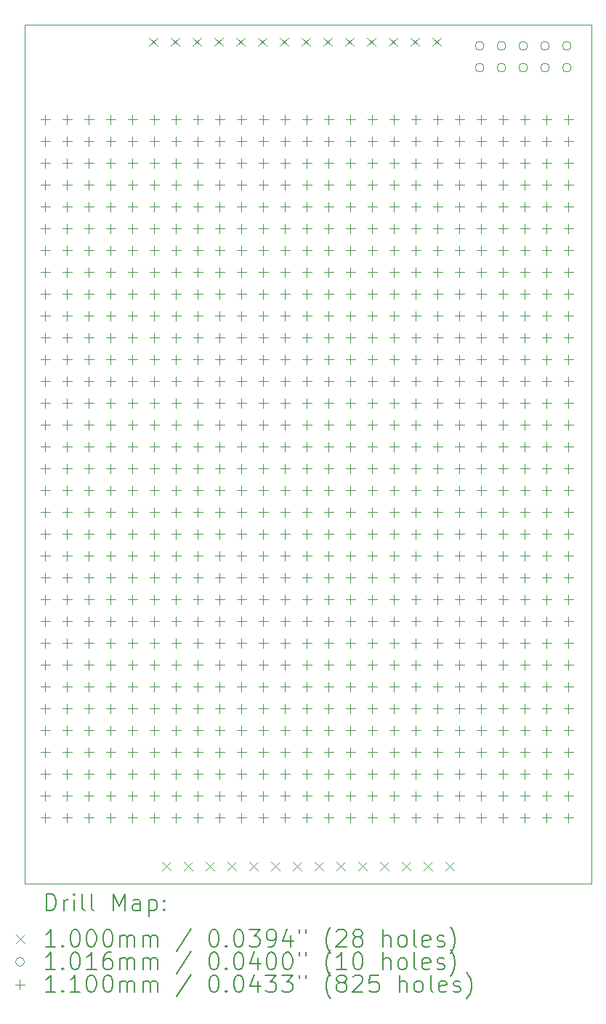
<source format=gbr>
%TF.GenerationSoftware,KiCad,Pcbnew,(6.0.8-1)-1*%
%TF.CreationDate,2023-02-02T10:16:15-05:00*%
%TF.ProjectId,protopcb,70726f74-6f70-4636-922e-6b696361645f,rev?*%
%TF.SameCoordinates,Original*%
%TF.FileFunction,Drillmap*%
%TF.FilePolarity,Positive*%
%FSLAX45Y45*%
G04 Gerber Fmt 4.5, Leading zero omitted, Abs format (unit mm)*
G04 Created by KiCad (PCBNEW (6.0.8-1)-1) date 2023-02-02 10:16:15*
%MOMM*%
%LPD*%
G01*
G04 APERTURE LIST*
%ADD10C,0.100000*%
%ADD11C,0.200000*%
%ADD12C,0.101600*%
%ADD13C,0.110000*%
G04 APERTURE END LIST*
D10*
X3200000Y-3100000D02*
X9800000Y-3100000D01*
X9800000Y-3100000D02*
X9800000Y-13100000D01*
X9800000Y-13100000D02*
X3200000Y-13100000D01*
X3200000Y-13100000D02*
X3200000Y-3100000D01*
D11*
D10*
X4650000Y-3250000D02*
X4750000Y-3350000D01*
X4750000Y-3250000D02*
X4650000Y-3350000D01*
X4800000Y-12847500D02*
X4900000Y-12947500D01*
X4900000Y-12847500D02*
X4800000Y-12947500D01*
X4904000Y-3250000D02*
X5004000Y-3350000D01*
X5004000Y-3250000D02*
X4904000Y-3350000D01*
X5054000Y-12847500D02*
X5154000Y-12947500D01*
X5154000Y-12847500D02*
X5054000Y-12947500D01*
X5158000Y-3250000D02*
X5258000Y-3350000D01*
X5258000Y-3250000D02*
X5158000Y-3350000D01*
X5308000Y-12847500D02*
X5408000Y-12947500D01*
X5408000Y-12847500D02*
X5308000Y-12947500D01*
X5412000Y-3250000D02*
X5512000Y-3350000D01*
X5512000Y-3250000D02*
X5412000Y-3350000D01*
X5562000Y-12847500D02*
X5662000Y-12947500D01*
X5662000Y-12847500D02*
X5562000Y-12947500D01*
X5666000Y-3250000D02*
X5766000Y-3350000D01*
X5766000Y-3250000D02*
X5666000Y-3350000D01*
X5816000Y-12847500D02*
X5916000Y-12947500D01*
X5916000Y-12847500D02*
X5816000Y-12947500D01*
X5920000Y-3250000D02*
X6020000Y-3350000D01*
X6020000Y-3250000D02*
X5920000Y-3350000D01*
X6070000Y-12847500D02*
X6170000Y-12947500D01*
X6170000Y-12847500D02*
X6070000Y-12947500D01*
X6174000Y-3250000D02*
X6274000Y-3350000D01*
X6274000Y-3250000D02*
X6174000Y-3350000D01*
X6324000Y-12847500D02*
X6424000Y-12947500D01*
X6424000Y-12847500D02*
X6324000Y-12947500D01*
X6428000Y-3250000D02*
X6528000Y-3350000D01*
X6528000Y-3250000D02*
X6428000Y-3350000D01*
X6578000Y-12847500D02*
X6678000Y-12947500D01*
X6678000Y-12847500D02*
X6578000Y-12947500D01*
X6682000Y-3250000D02*
X6782000Y-3350000D01*
X6782000Y-3250000D02*
X6682000Y-3350000D01*
X6832000Y-12847500D02*
X6932000Y-12947500D01*
X6932000Y-12847500D02*
X6832000Y-12947500D01*
X6936000Y-3250000D02*
X7036000Y-3350000D01*
X7036000Y-3250000D02*
X6936000Y-3350000D01*
X7086000Y-12847500D02*
X7186000Y-12947500D01*
X7186000Y-12847500D02*
X7086000Y-12947500D01*
X7190000Y-3250000D02*
X7290000Y-3350000D01*
X7290000Y-3250000D02*
X7190000Y-3350000D01*
X7340000Y-12847500D02*
X7440000Y-12947500D01*
X7440000Y-12847500D02*
X7340000Y-12947500D01*
X7444000Y-3250000D02*
X7544000Y-3350000D01*
X7544000Y-3250000D02*
X7444000Y-3350000D01*
X7594000Y-12847500D02*
X7694000Y-12947500D01*
X7694000Y-12847500D02*
X7594000Y-12947500D01*
X7698000Y-3250000D02*
X7798000Y-3350000D01*
X7798000Y-3250000D02*
X7698000Y-3350000D01*
X7848000Y-12847500D02*
X7948000Y-12947500D01*
X7948000Y-12847500D02*
X7848000Y-12947500D01*
X7952000Y-3250000D02*
X8052000Y-3350000D01*
X8052000Y-3250000D02*
X7952000Y-3350000D01*
X8102000Y-12847500D02*
X8202000Y-12947500D01*
X8202000Y-12847500D02*
X8102000Y-12947500D01*
D12*
X8550800Y-3346000D02*
G75*
G03*
X8550800Y-3346000I-50800J0D01*
G01*
X8550800Y-3600000D02*
G75*
G03*
X8550800Y-3600000I-50800J0D01*
G01*
X8804800Y-3346000D02*
G75*
G03*
X8804800Y-3346000I-50800J0D01*
G01*
X8804800Y-3600000D02*
G75*
G03*
X8804800Y-3600000I-50800J0D01*
G01*
X9058800Y-3346000D02*
G75*
G03*
X9058800Y-3346000I-50800J0D01*
G01*
X9058800Y-3600000D02*
G75*
G03*
X9058800Y-3600000I-50800J0D01*
G01*
X9312800Y-3346000D02*
G75*
G03*
X9312800Y-3346000I-50800J0D01*
G01*
X9312800Y-3600000D02*
G75*
G03*
X9312800Y-3600000I-50800J0D01*
G01*
X9566800Y-3346000D02*
G75*
G03*
X9566800Y-3346000I-50800J0D01*
G01*
X9566800Y-3600000D02*
G75*
G03*
X9566800Y-3600000I-50800J0D01*
G01*
D13*
X3438000Y-4148000D02*
X3438000Y-4258000D01*
X3383000Y-4203000D02*
X3493000Y-4203000D01*
X3438000Y-4402000D02*
X3438000Y-4512000D01*
X3383000Y-4457000D02*
X3493000Y-4457000D01*
X3438000Y-4656000D02*
X3438000Y-4766000D01*
X3383000Y-4711000D02*
X3493000Y-4711000D01*
X3438000Y-4910000D02*
X3438000Y-5020000D01*
X3383000Y-4965000D02*
X3493000Y-4965000D01*
X3438000Y-5164000D02*
X3438000Y-5274000D01*
X3383000Y-5219000D02*
X3493000Y-5219000D01*
X3438000Y-5418000D02*
X3438000Y-5528000D01*
X3383000Y-5473000D02*
X3493000Y-5473000D01*
X3438000Y-5672000D02*
X3438000Y-5782000D01*
X3383000Y-5727000D02*
X3493000Y-5727000D01*
X3438000Y-5926000D02*
X3438000Y-6036000D01*
X3383000Y-5981000D02*
X3493000Y-5981000D01*
X3438000Y-6180000D02*
X3438000Y-6290000D01*
X3383000Y-6235000D02*
X3493000Y-6235000D01*
X3438000Y-6434000D02*
X3438000Y-6544000D01*
X3383000Y-6489000D02*
X3493000Y-6489000D01*
X3438000Y-6688000D02*
X3438000Y-6798000D01*
X3383000Y-6743000D02*
X3493000Y-6743000D01*
X3438000Y-6942000D02*
X3438000Y-7052000D01*
X3383000Y-6997000D02*
X3493000Y-6997000D01*
X3438000Y-7196000D02*
X3438000Y-7306000D01*
X3383000Y-7251000D02*
X3493000Y-7251000D01*
X3438000Y-7450000D02*
X3438000Y-7560000D01*
X3383000Y-7505000D02*
X3493000Y-7505000D01*
X3438000Y-7704000D02*
X3438000Y-7814000D01*
X3383000Y-7759000D02*
X3493000Y-7759000D01*
X3438000Y-7958000D02*
X3438000Y-8068000D01*
X3383000Y-8013000D02*
X3493000Y-8013000D01*
X3438000Y-8212000D02*
X3438000Y-8322000D01*
X3383000Y-8267000D02*
X3493000Y-8267000D01*
X3438000Y-8466000D02*
X3438000Y-8576000D01*
X3383000Y-8521000D02*
X3493000Y-8521000D01*
X3438000Y-8720000D02*
X3438000Y-8830000D01*
X3383000Y-8775000D02*
X3493000Y-8775000D01*
X3438000Y-8974000D02*
X3438000Y-9084000D01*
X3383000Y-9029000D02*
X3493000Y-9029000D01*
X3438000Y-9228000D02*
X3438000Y-9338000D01*
X3383000Y-9283000D02*
X3493000Y-9283000D01*
X3438000Y-9482000D02*
X3438000Y-9592000D01*
X3383000Y-9537000D02*
X3493000Y-9537000D01*
X3438000Y-9736000D02*
X3438000Y-9846000D01*
X3383000Y-9791000D02*
X3493000Y-9791000D01*
X3438000Y-9990000D02*
X3438000Y-10100000D01*
X3383000Y-10045000D02*
X3493000Y-10045000D01*
X3438000Y-10244000D02*
X3438000Y-10354000D01*
X3383000Y-10299000D02*
X3493000Y-10299000D01*
X3438000Y-10498000D02*
X3438000Y-10608000D01*
X3383000Y-10553000D02*
X3493000Y-10553000D01*
X3438000Y-10752000D02*
X3438000Y-10862000D01*
X3383000Y-10807000D02*
X3493000Y-10807000D01*
X3438000Y-11006000D02*
X3438000Y-11116000D01*
X3383000Y-11061000D02*
X3493000Y-11061000D01*
X3438000Y-11260000D02*
X3438000Y-11370000D01*
X3383000Y-11315000D02*
X3493000Y-11315000D01*
X3438000Y-11514000D02*
X3438000Y-11624000D01*
X3383000Y-11569000D02*
X3493000Y-11569000D01*
X3438000Y-11768000D02*
X3438000Y-11878000D01*
X3383000Y-11823000D02*
X3493000Y-11823000D01*
X3438000Y-12022000D02*
X3438000Y-12132000D01*
X3383000Y-12077000D02*
X3493000Y-12077000D01*
X3438000Y-12276000D02*
X3438000Y-12386000D01*
X3383000Y-12331000D02*
X3493000Y-12331000D01*
X3692000Y-4148000D02*
X3692000Y-4258000D01*
X3637000Y-4203000D02*
X3747000Y-4203000D01*
X3692000Y-4402000D02*
X3692000Y-4512000D01*
X3637000Y-4457000D02*
X3747000Y-4457000D01*
X3692000Y-4656000D02*
X3692000Y-4766000D01*
X3637000Y-4711000D02*
X3747000Y-4711000D01*
X3692000Y-4910000D02*
X3692000Y-5020000D01*
X3637000Y-4965000D02*
X3747000Y-4965000D01*
X3692000Y-5164000D02*
X3692000Y-5274000D01*
X3637000Y-5219000D02*
X3747000Y-5219000D01*
X3692000Y-5418000D02*
X3692000Y-5528000D01*
X3637000Y-5473000D02*
X3747000Y-5473000D01*
X3692000Y-5672000D02*
X3692000Y-5782000D01*
X3637000Y-5727000D02*
X3747000Y-5727000D01*
X3692000Y-5926000D02*
X3692000Y-6036000D01*
X3637000Y-5981000D02*
X3747000Y-5981000D01*
X3692000Y-6180000D02*
X3692000Y-6290000D01*
X3637000Y-6235000D02*
X3747000Y-6235000D01*
X3692000Y-6434000D02*
X3692000Y-6544000D01*
X3637000Y-6489000D02*
X3747000Y-6489000D01*
X3692000Y-6688000D02*
X3692000Y-6798000D01*
X3637000Y-6743000D02*
X3747000Y-6743000D01*
X3692000Y-6942000D02*
X3692000Y-7052000D01*
X3637000Y-6997000D02*
X3747000Y-6997000D01*
X3692000Y-7196000D02*
X3692000Y-7306000D01*
X3637000Y-7251000D02*
X3747000Y-7251000D01*
X3692000Y-7450000D02*
X3692000Y-7560000D01*
X3637000Y-7505000D02*
X3747000Y-7505000D01*
X3692000Y-7704000D02*
X3692000Y-7814000D01*
X3637000Y-7759000D02*
X3747000Y-7759000D01*
X3692000Y-7958000D02*
X3692000Y-8068000D01*
X3637000Y-8013000D02*
X3747000Y-8013000D01*
X3692000Y-8212000D02*
X3692000Y-8322000D01*
X3637000Y-8267000D02*
X3747000Y-8267000D01*
X3692000Y-8466000D02*
X3692000Y-8576000D01*
X3637000Y-8521000D02*
X3747000Y-8521000D01*
X3692000Y-8720000D02*
X3692000Y-8830000D01*
X3637000Y-8775000D02*
X3747000Y-8775000D01*
X3692000Y-8974000D02*
X3692000Y-9084000D01*
X3637000Y-9029000D02*
X3747000Y-9029000D01*
X3692000Y-9228000D02*
X3692000Y-9338000D01*
X3637000Y-9283000D02*
X3747000Y-9283000D01*
X3692000Y-9482000D02*
X3692000Y-9592000D01*
X3637000Y-9537000D02*
X3747000Y-9537000D01*
X3692000Y-9736000D02*
X3692000Y-9846000D01*
X3637000Y-9791000D02*
X3747000Y-9791000D01*
X3692000Y-9990000D02*
X3692000Y-10100000D01*
X3637000Y-10045000D02*
X3747000Y-10045000D01*
X3692000Y-10244000D02*
X3692000Y-10354000D01*
X3637000Y-10299000D02*
X3747000Y-10299000D01*
X3692000Y-10498000D02*
X3692000Y-10608000D01*
X3637000Y-10553000D02*
X3747000Y-10553000D01*
X3692000Y-10752000D02*
X3692000Y-10862000D01*
X3637000Y-10807000D02*
X3747000Y-10807000D01*
X3692000Y-11006000D02*
X3692000Y-11116000D01*
X3637000Y-11061000D02*
X3747000Y-11061000D01*
X3692000Y-11260000D02*
X3692000Y-11370000D01*
X3637000Y-11315000D02*
X3747000Y-11315000D01*
X3692000Y-11514000D02*
X3692000Y-11624000D01*
X3637000Y-11569000D02*
X3747000Y-11569000D01*
X3692000Y-11768000D02*
X3692000Y-11878000D01*
X3637000Y-11823000D02*
X3747000Y-11823000D01*
X3692000Y-12022000D02*
X3692000Y-12132000D01*
X3637000Y-12077000D02*
X3747000Y-12077000D01*
X3692000Y-12276000D02*
X3692000Y-12386000D01*
X3637000Y-12331000D02*
X3747000Y-12331000D01*
X3946000Y-4148000D02*
X3946000Y-4258000D01*
X3891000Y-4203000D02*
X4001000Y-4203000D01*
X3946000Y-4402000D02*
X3946000Y-4512000D01*
X3891000Y-4457000D02*
X4001000Y-4457000D01*
X3946000Y-4656000D02*
X3946000Y-4766000D01*
X3891000Y-4711000D02*
X4001000Y-4711000D01*
X3946000Y-4910000D02*
X3946000Y-5020000D01*
X3891000Y-4965000D02*
X4001000Y-4965000D01*
X3946000Y-5164000D02*
X3946000Y-5274000D01*
X3891000Y-5219000D02*
X4001000Y-5219000D01*
X3946000Y-5418000D02*
X3946000Y-5528000D01*
X3891000Y-5473000D02*
X4001000Y-5473000D01*
X3946000Y-5672000D02*
X3946000Y-5782000D01*
X3891000Y-5727000D02*
X4001000Y-5727000D01*
X3946000Y-5926000D02*
X3946000Y-6036000D01*
X3891000Y-5981000D02*
X4001000Y-5981000D01*
X3946000Y-6180000D02*
X3946000Y-6290000D01*
X3891000Y-6235000D02*
X4001000Y-6235000D01*
X3946000Y-6434000D02*
X3946000Y-6544000D01*
X3891000Y-6489000D02*
X4001000Y-6489000D01*
X3946000Y-6688000D02*
X3946000Y-6798000D01*
X3891000Y-6743000D02*
X4001000Y-6743000D01*
X3946000Y-6942000D02*
X3946000Y-7052000D01*
X3891000Y-6997000D02*
X4001000Y-6997000D01*
X3946000Y-7196000D02*
X3946000Y-7306000D01*
X3891000Y-7251000D02*
X4001000Y-7251000D01*
X3946000Y-7450000D02*
X3946000Y-7560000D01*
X3891000Y-7505000D02*
X4001000Y-7505000D01*
X3946000Y-7704000D02*
X3946000Y-7814000D01*
X3891000Y-7759000D02*
X4001000Y-7759000D01*
X3946000Y-7958000D02*
X3946000Y-8068000D01*
X3891000Y-8013000D02*
X4001000Y-8013000D01*
X3946000Y-8212000D02*
X3946000Y-8322000D01*
X3891000Y-8267000D02*
X4001000Y-8267000D01*
X3946000Y-8466000D02*
X3946000Y-8576000D01*
X3891000Y-8521000D02*
X4001000Y-8521000D01*
X3946000Y-8720000D02*
X3946000Y-8830000D01*
X3891000Y-8775000D02*
X4001000Y-8775000D01*
X3946000Y-8974000D02*
X3946000Y-9084000D01*
X3891000Y-9029000D02*
X4001000Y-9029000D01*
X3946000Y-9228000D02*
X3946000Y-9338000D01*
X3891000Y-9283000D02*
X4001000Y-9283000D01*
X3946000Y-9482000D02*
X3946000Y-9592000D01*
X3891000Y-9537000D02*
X4001000Y-9537000D01*
X3946000Y-9736000D02*
X3946000Y-9846000D01*
X3891000Y-9791000D02*
X4001000Y-9791000D01*
X3946000Y-9990000D02*
X3946000Y-10100000D01*
X3891000Y-10045000D02*
X4001000Y-10045000D01*
X3946000Y-10244000D02*
X3946000Y-10354000D01*
X3891000Y-10299000D02*
X4001000Y-10299000D01*
X3946000Y-10498000D02*
X3946000Y-10608000D01*
X3891000Y-10553000D02*
X4001000Y-10553000D01*
X3946000Y-10752000D02*
X3946000Y-10862000D01*
X3891000Y-10807000D02*
X4001000Y-10807000D01*
X3946000Y-11006000D02*
X3946000Y-11116000D01*
X3891000Y-11061000D02*
X4001000Y-11061000D01*
X3946000Y-11260000D02*
X3946000Y-11370000D01*
X3891000Y-11315000D02*
X4001000Y-11315000D01*
X3946000Y-11514000D02*
X3946000Y-11624000D01*
X3891000Y-11569000D02*
X4001000Y-11569000D01*
X3946000Y-11768000D02*
X3946000Y-11878000D01*
X3891000Y-11823000D02*
X4001000Y-11823000D01*
X3946000Y-12022000D02*
X3946000Y-12132000D01*
X3891000Y-12077000D02*
X4001000Y-12077000D01*
X3946000Y-12276000D02*
X3946000Y-12386000D01*
X3891000Y-12331000D02*
X4001000Y-12331000D01*
X4200000Y-4148000D02*
X4200000Y-4258000D01*
X4145000Y-4203000D02*
X4255000Y-4203000D01*
X4200000Y-4402000D02*
X4200000Y-4512000D01*
X4145000Y-4457000D02*
X4255000Y-4457000D01*
X4200000Y-4656000D02*
X4200000Y-4766000D01*
X4145000Y-4711000D02*
X4255000Y-4711000D01*
X4200000Y-4910000D02*
X4200000Y-5020000D01*
X4145000Y-4965000D02*
X4255000Y-4965000D01*
X4200000Y-5164000D02*
X4200000Y-5274000D01*
X4145000Y-5219000D02*
X4255000Y-5219000D01*
X4200000Y-5418000D02*
X4200000Y-5528000D01*
X4145000Y-5473000D02*
X4255000Y-5473000D01*
X4200000Y-5672000D02*
X4200000Y-5782000D01*
X4145000Y-5727000D02*
X4255000Y-5727000D01*
X4200000Y-5926000D02*
X4200000Y-6036000D01*
X4145000Y-5981000D02*
X4255000Y-5981000D01*
X4200000Y-6180000D02*
X4200000Y-6290000D01*
X4145000Y-6235000D02*
X4255000Y-6235000D01*
X4200000Y-6434000D02*
X4200000Y-6544000D01*
X4145000Y-6489000D02*
X4255000Y-6489000D01*
X4200000Y-6688000D02*
X4200000Y-6798000D01*
X4145000Y-6743000D02*
X4255000Y-6743000D01*
X4200000Y-6942000D02*
X4200000Y-7052000D01*
X4145000Y-6997000D02*
X4255000Y-6997000D01*
X4200000Y-7196000D02*
X4200000Y-7306000D01*
X4145000Y-7251000D02*
X4255000Y-7251000D01*
X4200000Y-7450000D02*
X4200000Y-7560000D01*
X4145000Y-7505000D02*
X4255000Y-7505000D01*
X4200000Y-7704000D02*
X4200000Y-7814000D01*
X4145000Y-7759000D02*
X4255000Y-7759000D01*
X4200000Y-7958000D02*
X4200000Y-8068000D01*
X4145000Y-8013000D02*
X4255000Y-8013000D01*
X4200000Y-8212000D02*
X4200000Y-8322000D01*
X4145000Y-8267000D02*
X4255000Y-8267000D01*
X4200000Y-8466000D02*
X4200000Y-8576000D01*
X4145000Y-8521000D02*
X4255000Y-8521000D01*
X4200000Y-8720000D02*
X4200000Y-8830000D01*
X4145000Y-8775000D02*
X4255000Y-8775000D01*
X4200000Y-8974000D02*
X4200000Y-9084000D01*
X4145000Y-9029000D02*
X4255000Y-9029000D01*
X4200000Y-9228000D02*
X4200000Y-9338000D01*
X4145000Y-9283000D02*
X4255000Y-9283000D01*
X4200000Y-9482000D02*
X4200000Y-9592000D01*
X4145000Y-9537000D02*
X4255000Y-9537000D01*
X4200000Y-9736000D02*
X4200000Y-9846000D01*
X4145000Y-9791000D02*
X4255000Y-9791000D01*
X4200000Y-9990000D02*
X4200000Y-10100000D01*
X4145000Y-10045000D02*
X4255000Y-10045000D01*
X4200000Y-10244000D02*
X4200000Y-10354000D01*
X4145000Y-10299000D02*
X4255000Y-10299000D01*
X4200000Y-10498000D02*
X4200000Y-10608000D01*
X4145000Y-10553000D02*
X4255000Y-10553000D01*
X4200000Y-10752000D02*
X4200000Y-10862000D01*
X4145000Y-10807000D02*
X4255000Y-10807000D01*
X4200000Y-11006000D02*
X4200000Y-11116000D01*
X4145000Y-11061000D02*
X4255000Y-11061000D01*
X4200000Y-11260000D02*
X4200000Y-11370000D01*
X4145000Y-11315000D02*
X4255000Y-11315000D01*
X4200000Y-11514000D02*
X4200000Y-11624000D01*
X4145000Y-11569000D02*
X4255000Y-11569000D01*
X4200000Y-11768000D02*
X4200000Y-11878000D01*
X4145000Y-11823000D02*
X4255000Y-11823000D01*
X4200000Y-12022000D02*
X4200000Y-12132000D01*
X4145000Y-12077000D02*
X4255000Y-12077000D01*
X4200000Y-12276000D02*
X4200000Y-12386000D01*
X4145000Y-12331000D02*
X4255000Y-12331000D01*
X4454000Y-4148000D02*
X4454000Y-4258000D01*
X4399000Y-4203000D02*
X4509000Y-4203000D01*
X4454000Y-4402000D02*
X4454000Y-4512000D01*
X4399000Y-4457000D02*
X4509000Y-4457000D01*
X4454000Y-4656000D02*
X4454000Y-4766000D01*
X4399000Y-4711000D02*
X4509000Y-4711000D01*
X4454000Y-4910000D02*
X4454000Y-5020000D01*
X4399000Y-4965000D02*
X4509000Y-4965000D01*
X4454000Y-5164000D02*
X4454000Y-5274000D01*
X4399000Y-5219000D02*
X4509000Y-5219000D01*
X4454000Y-5418000D02*
X4454000Y-5528000D01*
X4399000Y-5473000D02*
X4509000Y-5473000D01*
X4454000Y-5672000D02*
X4454000Y-5782000D01*
X4399000Y-5727000D02*
X4509000Y-5727000D01*
X4454000Y-5926000D02*
X4454000Y-6036000D01*
X4399000Y-5981000D02*
X4509000Y-5981000D01*
X4454000Y-6180000D02*
X4454000Y-6290000D01*
X4399000Y-6235000D02*
X4509000Y-6235000D01*
X4454000Y-6434000D02*
X4454000Y-6544000D01*
X4399000Y-6489000D02*
X4509000Y-6489000D01*
X4454000Y-6688000D02*
X4454000Y-6798000D01*
X4399000Y-6743000D02*
X4509000Y-6743000D01*
X4454000Y-6942000D02*
X4454000Y-7052000D01*
X4399000Y-6997000D02*
X4509000Y-6997000D01*
X4454000Y-7196000D02*
X4454000Y-7306000D01*
X4399000Y-7251000D02*
X4509000Y-7251000D01*
X4454000Y-7450000D02*
X4454000Y-7560000D01*
X4399000Y-7505000D02*
X4509000Y-7505000D01*
X4454000Y-7704000D02*
X4454000Y-7814000D01*
X4399000Y-7759000D02*
X4509000Y-7759000D01*
X4454000Y-7958000D02*
X4454000Y-8068000D01*
X4399000Y-8013000D02*
X4509000Y-8013000D01*
X4454000Y-8212000D02*
X4454000Y-8322000D01*
X4399000Y-8267000D02*
X4509000Y-8267000D01*
X4454000Y-8466000D02*
X4454000Y-8576000D01*
X4399000Y-8521000D02*
X4509000Y-8521000D01*
X4454000Y-8720000D02*
X4454000Y-8830000D01*
X4399000Y-8775000D02*
X4509000Y-8775000D01*
X4454000Y-8974000D02*
X4454000Y-9084000D01*
X4399000Y-9029000D02*
X4509000Y-9029000D01*
X4454000Y-9228000D02*
X4454000Y-9338000D01*
X4399000Y-9283000D02*
X4509000Y-9283000D01*
X4454000Y-9482000D02*
X4454000Y-9592000D01*
X4399000Y-9537000D02*
X4509000Y-9537000D01*
X4454000Y-9736000D02*
X4454000Y-9846000D01*
X4399000Y-9791000D02*
X4509000Y-9791000D01*
X4454000Y-9990000D02*
X4454000Y-10100000D01*
X4399000Y-10045000D02*
X4509000Y-10045000D01*
X4454000Y-10244000D02*
X4454000Y-10354000D01*
X4399000Y-10299000D02*
X4509000Y-10299000D01*
X4454000Y-10498000D02*
X4454000Y-10608000D01*
X4399000Y-10553000D02*
X4509000Y-10553000D01*
X4454000Y-10752000D02*
X4454000Y-10862000D01*
X4399000Y-10807000D02*
X4509000Y-10807000D01*
X4454000Y-11006000D02*
X4454000Y-11116000D01*
X4399000Y-11061000D02*
X4509000Y-11061000D01*
X4454000Y-11260000D02*
X4454000Y-11370000D01*
X4399000Y-11315000D02*
X4509000Y-11315000D01*
X4454000Y-11514000D02*
X4454000Y-11624000D01*
X4399000Y-11569000D02*
X4509000Y-11569000D01*
X4454000Y-11768000D02*
X4454000Y-11878000D01*
X4399000Y-11823000D02*
X4509000Y-11823000D01*
X4454000Y-12022000D02*
X4454000Y-12132000D01*
X4399000Y-12077000D02*
X4509000Y-12077000D01*
X4454000Y-12276000D02*
X4454000Y-12386000D01*
X4399000Y-12331000D02*
X4509000Y-12331000D01*
X4708000Y-4148000D02*
X4708000Y-4258000D01*
X4653000Y-4203000D02*
X4763000Y-4203000D01*
X4708000Y-4402000D02*
X4708000Y-4512000D01*
X4653000Y-4457000D02*
X4763000Y-4457000D01*
X4708000Y-4656000D02*
X4708000Y-4766000D01*
X4653000Y-4711000D02*
X4763000Y-4711000D01*
X4708000Y-4910000D02*
X4708000Y-5020000D01*
X4653000Y-4965000D02*
X4763000Y-4965000D01*
X4708000Y-5164000D02*
X4708000Y-5274000D01*
X4653000Y-5219000D02*
X4763000Y-5219000D01*
X4708000Y-5418000D02*
X4708000Y-5528000D01*
X4653000Y-5473000D02*
X4763000Y-5473000D01*
X4708000Y-5672000D02*
X4708000Y-5782000D01*
X4653000Y-5727000D02*
X4763000Y-5727000D01*
X4708000Y-5926000D02*
X4708000Y-6036000D01*
X4653000Y-5981000D02*
X4763000Y-5981000D01*
X4708000Y-6180000D02*
X4708000Y-6290000D01*
X4653000Y-6235000D02*
X4763000Y-6235000D01*
X4708000Y-6434000D02*
X4708000Y-6544000D01*
X4653000Y-6489000D02*
X4763000Y-6489000D01*
X4708000Y-6688000D02*
X4708000Y-6798000D01*
X4653000Y-6743000D02*
X4763000Y-6743000D01*
X4708000Y-6942000D02*
X4708000Y-7052000D01*
X4653000Y-6997000D02*
X4763000Y-6997000D01*
X4708000Y-7196000D02*
X4708000Y-7306000D01*
X4653000Y-7251000D02*
X4763000Y-7251000D01*
X4708000Y-7450000D02*
X4708000Y-7560000D01*
X4653000Y-7505000D02*
X4763000Y-7505000D01*
X4708000Y-7704000D02*
X4708000Y-7814000D01*
X4653000Y-7759000D02*
X4763000Y-7759000D01*
X4708000Y-7958000D02*
X4708000Y-8068000D01*
X4653000Y-8013000D02*
X4763000Y-8013000D01*
X4708000Y-8212000D02*
X4708000Y-8322000D01*
X4653000Y-8267000D02*
X4763000Y-8267000D01*
X4708000Y-8466000D02*
X4708000Y-8576000D01*
X4653000Y-8521000D02*
X4763000Y-8521000D01*
X4708000Y-8720000D02*
X4708000Y-8830000D01*
X4653000Y-8775000D02*
X4763000Y-8775000D01*
X4708000Y-8974000D02*
X4708000Y-9084000D01*
X4653000Y-9029000D02*
X4763000Y-9029000D01*
X4708000Y-9228000D02*
X4708000Y-9338000D01*
X4653000Y-9283000D02*
X4763000Y-9283000D01*
X4708000Y-9482000D02*
X4708000Y-9592000D01*
X4653000Y-9537000D02*
X4763000Y-9537000D01*
X4708000Y-9736000D02*
X4708000Y-9846000D01*
X4653000Y-9791000D02*
X4763000Y-9791000D01*
X4708000Y-9990000D02*
X4708000Y-10100000D01*
X4653000Y-10045000D02*
X4763000Y-10045000D01*
X4708000Y-10244000D02*
X4708000Y-10354000D01*
X4653000Y-10299000D02*
X4763000Y-10299000D01*
X4708000Y-10498000D02*
X4708000Y-10608000D01*
X4653000Y-10553000D02*
X4763000Y-10553000D01*
X4708000Y-10752000D02*
X4708000Y-10862000D01*
X4653000Y-10807000D02*
X4763000Y-10807000D01*
X4708000Y-11006000D02*
X4708000Y-11116000D01*
X4653000Y-11061000D02*
X4763000Y-11061000D01*
X4708000Y-11260000D02*
X4708000Y-11370000D01*
X4653000Y-11315000D02*
X4763000Y-11315000D01*
X4708000Y-11514000D02*
X4708000Y-11624000D01*
X4653000Y-11569000D02*
X4763000Y-11569000D01*
X4708000Y-11768000D02*
X4708000Y-11878000D01*
X4653000Y-11823000D02*
X4763000Y-11823000D01*
X4708000Y-12022000D02*
X4708000Y-12132000D01*
X4653000Y-12077000D02*
X4763000Y-12077000D01*
X4708000Y-12276000D02*
X4708000Y-12386000D01*
X4653000Y-12331000D02*
X4763000Y-12331000D01*
X4962000Y-4148000D02*
X4962000Y-4258000D01*
X4907000Y-4203000D02*
X5017000Y-4203000D01*
X4962000Y-4402000D02*
X4962000Y-4512000D01*
X4907000Y-4457000D02*
X5017000Y-4457000D01*
X4962000Y-4656000D02*
X4962000Y-4766000D01*
X4907000Y-4711000D02*
X5017000Y-4711000D01*
X4962000Y-4910000D02*
X4962000Y-5020000D01*
X4907000Y-4965000D02*
X5017000Y-4965000D01*
X4962000Y-5164000D02*
X4962000Y-5274000D01*
X4907000Y-5219000D02*
X5017000Y-5219000D01*
X4962000Y-5418000D02*
X4962000Y-5528000D01*
X4907000Y-5473000D02*
X5017000Y-5473000D01*
X4962000Y-5672000D02*
X4962000Y-5782000D01*
X4907000Y-5727000D02*
X5017000Y-5727000D01*
X4962000Y-5926000D02*
X4962000Y-6036000D01*
X4907000Y-5981000D02*
X5017000Y-5981000D01*
X4962000Y-6180000D02*
X4962000Y-6290000D01*
X4907000Y-6235000D02*
X5017000Y-6235000D01*
X4962000Y-6434000D02*
X4962000Y-6544000D01*
X4907000Y-6489000D02*
X5017000Y-6489000D01*
X4962000Y-6688000D02*
X4962000Y-6798000D01*
X4907000Y-6743000D02*
X5017000Y-6743000D01*
X4962000Y-6942000D02*
X4962000Y-7052000D01*
X4907000Y-6997000D02*
X5017000Y-6997000D01*
X4962000Y-7196000D02*
X4962000Y-7306000D01*
X4907000Y-7251000D02*
X5017000Y-7251000D01*
X4962000Y-7450000D02*
X4962000Y-7560000D01*
X4907000Y-7505000D02*
X5017000Y-7505000D01*
X4962000Y-7704000D02*
X4962000Y-7814000D01*
X4907000Y-7759000D02*
X5017000Y-7759000D01*
X4962000Y-7958000D02*
X4962000Y-8068000D01*
X4907000Y-8013000D02*
X5017000Y-8013000D01*
X4962000Y-8212000D02*
X4962000Y-8322000D01*
X4907000Y-8267000D02*
X5017000Y-8267000D01*
X4962000Y-8466000D02*
X4962000Y-8576000D01*
X4907000Y-8521000D02*
X5017000Y-8521000D01*
X4962000Y-8720000D02*
X4962000Y-8830000D01*
X4907000Y-8775000D02*
X5017000Y-8775000D01*
X4962000Y-8974000D02*
X4962000Y-9084000D01*
X4907000Y-9029000D02*
X5017000Y-9029000D01*
X4962000Y-9228000D02*
X4962000Y-9338000D01*
X4907000Y-9283000D02*
X5017000Y-9283000D01*
X4962000Y-9482000D02*
X4962000Y-9592000D01*
X4907000Y-9537000D02*
X5017000Y-9537000D01*
X4962000Y-9736000D02*
X4962000Y-9846000D01*
X4907000Y-9791000D02*
X5017000Y-9791000D01*
X4962000Y-9990000D02*
X4962000Y-10100000D01*
X4907000Y-10045000D02*
X5017000Y-10045000D01*
X4962000Y-10244000D02*
X4962000Y-10354000D01*
X4907000Y-10299000D02*
X5017000Y-10299000D01*
X4962000Y-10498000D02*
X4962000Y-10608000D01*
X4907000Y-10553000D02*
X5017000Y-10553000D01*
X4962000Y-10752000D02*
X4962000Y-10862000D01*
X4907000Y-10807000D02*
X5017000Y-10807000D01*
X4962000Y-11006000D02*
X4962000Y-11116000D01*
X4907000Y-11061000D02*
X5017000Y-11061000D01*
X4962000Y-11260000D02*
X4962000Y-11370000D01*
X4907000Y-11315000D02*
X5017000Y-11315000D01*
X4962000Y-11514000D02*
X4962000Y-11624000D01*
X4907000Y-11569000D02*
X5017000Y-11569000D01*
X4962000Y-11768000D02*
X4962000Y-11878000D01*
X4907000Y-11823000D02*
X5017000Y-11823000D01*
X4962000Y-12022000D02*
X4962000Y-12132000D01*
X4907000Y-12077000D02*
X5017000Y-12077000D01*
X4962000Y-12276000D02*
X4962000Y-12386000D01*
X4907000Y-12331000D02*
X5017000Y-12331000D01*
X5216000Y-4148000D02*
X5216000Y-4258000D01*
X5161000Y-4203000D02*
X5271000Y-4203000D01*
X5216000Y-4402000D02*
X5216000Y-4512000D01*
X5161000Y-4457000D02*
X5271000Y-4457000D01*
X5216000Y-4656000D02*
X5216000Y-4766000D01*
X5161000Y-4711000D02*
X5271000Y-4711000D01*
X5216000Y-4910000D02*
X5216000Y-5020000D01*
X5161000Y-4965000D02*
X5271000Y-4965000D01*
X5216000Y-5164000D02*
X5216000Y-5274000D01*
X5161000Y-5219000D02*
X5271000Y-5219000D01*
X5216000Y-5418000D02*
X5216000Y-5528000D01*
X5161000Y-5473000D02*
X5271000Y-5473000D01*
X5216000Y-5672000D02*
X5216000Y-5782000D01*
X5161000Y-5727000D02*
X5271000Y-5727000D01*
X5216000Y-5926000D02*
X5216000Y-6036000D01*
X5161000Y-5981000D02*
X5271000Y-5981000D01*
X5216000Y-6180000D02*
X5216000Y-6290000D01*
X5161000Y-6235000D02*
X5271000Y-6235000D01*
X5216000Y-6434000D02*
X5216000Y-6544000D01*
X5161000Y-6489000D02*
X5271000Y-6489000D01*
X5216000Y-6688000D02*
X5216000Y-6798000D01*
X5161000Y-6743000D02*
X5271000Y-6743000D01*
X5216000Y-6942000D02*
X5216000Y-7052000D01*
X5161000Y-6997000D02*
X5271000Y-6997000D01*
X5216000Y-7196000D02*
X5216000Y-7306000D01*
X5161000Y-7251000D02*
X5271000Y-7251000D01*
X5216000Y-7450000D02*
X5216000Y-7560000D01*
X5161000Y-7505000D02*
X5271000Y-7505000D01*
X5216000Y-7704000D02*
X5216000Y-7814000D01*
X5161000Y-7759000D02*
X5271000Y-7759000D01*
X5216000Y-7958000D02*
X5216000Y-8068000D01*
X5161000Y-8013000D02*
X5271000Y-8013000D01*
X5216000Y-8212000D02*
X5216000Y-8322000D01*
X5161000Y-8267000D02*
X5271000Y-8267000D01*
X5216000Y-8466000D02*
X5216000Y-8576000D01*
X5161000Y-8521000D02*
X5271000Y-8521000D01*
X5216000Y-8720000D02*
X5216000Y-8830000D01*
X5161000Y-8775000D02*
X5271000Y-8775000D01*
X5216000Y-8974000D02*
X5216000Y-9084000D01*
X5161000Y-9029000D02*
X5271000Y-9029000D01*
X5216000Y-9228000D02*
X5216000Y-9338000D01*
X5161000Y-9283000D02*
X5271000Y-9283000D01*
X5216000Y-9482000D02*
X5216000Y-9592000D01*
X5161000Y-9537000D02*
X5271000Y-9537000D01*
X5216000Y-9736000D02*
X5216000Y-9846000D01*
X5161000Y-9791000D02*
X5271000Y-9791000D01*
X5216000Y-9990000D02*
X5216000Y-10100000D01*
X5161000Y-10045000D02*
X5271000Y-10045000D01*
X5216000Y-10244000D02*
X5216000Y-10354000D01*
X5161000Y-10299000D02*
X5271000Y-10299000D01*
X5216000Y-10498000D02*
X5216000Y-10608000D01*
X5161000Y-10553000D02*
X5271000Y-10553000D01*
X5216000Y-10752000D02*
X5216000Y-10862000D01*
X5161000Y-10807000D02*
X5271000Y-10807000D01*
X5216000Y-11006000D02*
X5216000Y-11116000D01*
X5161000Y-11061000D02*
X5271000Y-11061000D01*
X5216000Y-11260000D02*
X5216000Y-11370000D01*
X5161000Y-11315000D02*
X5271000Y-11315000D01*
X5216000Y-11514000D02*
X5216000Y-11624000D01*
X5161000Y-11569000D02*
X5271000Y-11569000D01*
X5216000Y-11768000D02*
X5216000Y-11878000D01*
X5161000Y-11823000D02*
X5271000Y-11823000D01*
X5216000Y-12022000D02*
X5216000Y-12132000D01*
X5161000Y-12077000D02*
X5271000Y-12077000D01*
X5216000Y-12276000D02*
X5216000Y-12386000D01*
X5161000Y-12331000D02*
X5271000Y-12331000D01*
X5470000Y-4148000D02*
X5470000Y-4258000D01*
X5415000Y-4203000D02*
X5525000Y-4203000D01*
X5470000Y-4402000D02*
X5470000Y-4512000D01*
X5415000Y-4457000D02*
X5525000Y-4457000D01*
X5470000Y-4656000D02*
X5470000Y-4766000D01*
X5415000Y-4711000D02*
X5525000Y-4711000D01*
X5470000Y-4910000D02*
X5470000Y-5020000D01*
X5415000Y-4965000D02*
X5525000Y-4965000D01*
X5470000Y-5164000D02*
X5470000Y-5274000D01*
X5415000Y-5219000D02*
X5525000Y-5219000D01*
X5470000Y-5418000D02*
X5470000Y-5528000D01*
X5415000Y-5473000D02*
X5525000Y-5473000D01*
X5470000Y-5672000D02*
X5470000Y-5782000D01*
X5415000Y-5727000D02*
X5525000Y-5727000D01*
X5470000Y-5926000D02*
X5470000Y-6036000D01*
X5415000Y-5981000D02*
X5525000Y-5981000D01*
X5470000Y-6180000D02*
X5470000Y-6290000D01*
X5415000Y-6235000D02*
X5525000Y-6235000D01*
X5470000Y-6434000D02*
X5470000Y-6544000D01*
X5415000Y-6489000D02*
X5525000Y-6489000D01*
X5470000Y-6688000D02*
X5470000Y-6798000D01*
X5415000Y-6743000D02*
X5525000Y-6743000D01*
X5470000Y-6942000D02*
X5470000Y-7052000D01*
X5415000Y-6997000D02*
X5525000Y-6997000D01*
X5470000Y-7196000D02*
X5470000Y-7306000D01*
X5415000Y-7251000D02*
X5525000Y-7251000D01*
X5470000Y-7450000D02*
X5470000Y-7560000D01*
X5415000Y-7505000D02*
X5525000Y-7505000D01*
X5470000Y-7704000D02*
X5470000Y-7814000D01*
X5415000Y-7759000D02*
X5525000Y-7759000D01*
X5470000Y-7958000D02*
X5470000Y-8068000D01*
X5415000Y-8013000D02*
X5525000Y-8013000D01*
X5470000Y-8212000D02*
X5470000Y-8322000D01*
X5415000Y-8267000D02*
X5525000Y-8267000D01*
X5470000Y-8466000D02*
X5470000Y-8576000D01*
X5415000Y-8521000D02*
X5525000Y-8521000D01*
X5470000Y-8720000D02*
X5470000Y-8830000D01*
X5415000Y-8775000D02*
X5525000Y-8775000D01*
X5470000Y-8974000D02*
X5470000Y-9084000D01*
X5415000Y-9029000D02*
X5525000Y-9029000D01*
X5470000Y-9228000D02*
X5470000Y-9338000D01*
X5415000Y-9283000D02*
X5525000Y-9283000D01*
X5470000Y-9482000D02*
X5470000Y-9592000D01*
X5415000Y-9537000D02*
X5525000Y-9537000D01*
X5470000Y-9736000D02*
X5470000Y-9846000D01*
X5415000Y-9791000D02*
X5525000Y-9791000D01*
X5470000Y-9990000D02*
X5470000Y-10100000D01*
X5415000Y-10045000D02*
X5525000Y-10045000D01*
X5470000Y-10244000D02*
X5470000Y-10354000D01*
X5415000Y-10299000D02*
X5525000Y-10299000D01*
X5470000Y-10498000D02*
X5470000Y-10608000D01*
X5415000Y-10553000D02*
X5525000Y-10553000D01*
X5470000Y-10752000D02*
X5470000Y-10862000D01*
X5415000Y-10807000D02*
X5525000Y-10807000D01*
X5470000Y-11006000D02*
X5470000Y-11116000D01*
X5415000Y-11061000D02*
X5525000Y-11061000D01*
X5470000Y-11260000D02*
X5470000Y-11370000D01*
X5415000Y-11315000D02*
X5525000Y-11315000D01*
X5470000Y-11514000D02*
X5470000Y-11624000D01*
X5415000Y-11569000D02*
X5525000Y-11569000D01*
X5470000Y-11768000D02*
X5470000Y-11878000D01*
X5415000Y-11823000D02*
X5525000Y-11823000D01*
X5470000Y-12022000D02*
X5470000Y-12132000D01*
X5415000Y-12077000D02*
X5525000Y-12077000D01*
X5470000Y-12276000D02*
X5470000Y-12386000D01*
X5415000Y-12331000D02*
X5525000Y-12331000D01*
X5724000Y-4148000D02*
X5724000Y-4258000D01*
X5669000Y-4203000D02*
X5779000Y-4203000D01*
X5724000Y-4402000D02*
X5724000Y-4512000D01*
X5669000Y-4457000D02*
X5779000Y-4457000D01*
X5724000Y-4656000D02*
X5724000Y-4766000D01*
X5669000Y-4711000D02*
X5779000Y-4711000D01*
X5724000Y-4910000D02*
X5724000Y-5020000D01*
X5669000Y-4965000D02*
X5779000Y-4965000D01*
X5724000Y-5164000D02*
X5724000Y-5274000D01*
X5669000Y-5219000D02*
X5779000Y-5219000D01*
X5724000Y-5418000D02*
X5724000Y-5528000D01*
X5669000Y-5473000D02*
X5779000Y-5473000D01*
X5724000Y-5672000D02*
X5724000Y-5782000D01*
X5669000Y-5727000D02*
X5779000Y-5727000D01*
X5724000Y-5926000D02*
X5724000Y-6036000D01*
X5669000Y-5981000D02*
X5779000Y-5981000D01*
X5724000Y-6180000D02*
X5724000Y-6290000D01*
X5669000Y-6235000D02*
X5779000Y-6235000D01*
X5724000Y-6434000D02*
X5724000Y-6544000D01*
X5669000Y-6489000D02*
X5779000Y-6489000D01*
X5724000Y-6688000D02*
X5724000Y-6798000D01*
X5669000Y-6743000D02*
X5779000Y-6743000D01*
X5724000Y-6942000D02*
X5724000Y-7052000D01*
X5669000Y-6997000D02*
X5779000Y-6997000D01*
X5724000Y-7196000D02*
X5724000Y-7306000D01*
X5669000Y-7251000D02*
X5779000Y-7251000D01*
X5724000Y-7450000D02*
X5724000Y-7560000D01*
X5669000Y-7505000D02*
X5779000Y-7505000D01*
X5724000Y-7704000D02*
X5724000Y-7814000D01*
X5669000Y-7759000D02*
X5779000Y-7759000D01*
X5724000Y-7958000D02*
X5724000Y-8068000D01*
X5669000Y-8013000D02*
X5779000Y-8013000D01*
X5724000Y-8212000D02*
X5724000Y-8322000D01*
X5669000Y-8267000D02*
X5779000Y-8267000D01*
X5724000Y-8466000D02*
X5724000Y-8576000D01*
X5669000Y-8521000D02*
X5779000Y-8521000D01*
X5724000Y-8720000D02*
X5724000Y-8830000D01*
X5669000Y-8775000D02*
X5779000Y-8775000D01*
X5724000Y-8974000D02*
X5724000Y-9084000D01*
X5669000Y-9029000D02*
X5779000Y-9029000D01*
X5724000Y-9228000D02*
X5724000Y-9338000D01*
X5669000Y-9283000D02*
X5779000Y-9283000D01*
X5724000Y-9482000D02*
X5724000Y-9592000D01*
X5669000Y-9537000D02*
X5779000Y-9537000D01*
X5724000Y-9736000D02*
X5724000Y-9846000D01*
X5669000Y-9791000D02*
X5779000Y-9791000D01*
X5724000Y-9990000D02*
X5724000Y-10100000D01*
X5669000Y-10045000D02*
X5779000Y-10045000D01*
X5724000Y-10244000D02*
X5724000Y-10354000D01*
X5669000Y-10299000D02*
X5779000Y-10299000D01*
X5724000Y-10498000D02*
X5724000Y-10608000D01*
X5669000Y-10553000D02*
X5779000Y-10553000D01*
X5724000Y-10752000D02*
X5724000Y-10862000D01*
X5669000Y-10807000D02*
X5779000Y-10807000D01*
X5724000Y-11006000D02*
X5724000Y-11116000D01*
X5669000Y-11061000D02*
X5779000Y-11061000D01*
X5724000Y-11260000D02*
X5724000Y-11370000D01*
X5669000Y-11315000D02*
X5779000Y-11315000D01*
X5724000Y-11514000D02*
X5724000Y-11624000D01*
X5669000Y-11569000D02*
X5779000Y-11569000D01*
X5724000Y-11768000D02*
X5724000Y-11878000D01*
X5669000Y-11823000D02*
X5779000Y-11823000D01*
X5724000Y-12022000D02*
X5724000Y-12132000D01*
X5669000Y-12077000D02*
X5779000Y-12077000D01*
X5724000Y-12276000D02*
X5724000Y-12386000D01*
X5669000Y-12331000D02*
X5779000Y-12331000D01*
X5978000Y-4148000D02*
X5978000Y-4258000D01*
X5923000Y-4203000D02*
X6033000Y-4203000D01*
X5978000Y-4402000D02*
X5978000Y-4512000D01*
X5923000Y-4457000D02*
X6033000Y-4457000D01*
X5978000Y-4656000D02*
X5978000Y-4766000D01*
X5923000Y-4711000D02*
X6033000Y-4711000D01*
X5978000Y-4910000D02*
X5978000Y-5020000D01*
X5923000Y-4965000D02*
X6033000Y-4965000D01*
X5978000Y-5164000D02*
X5978000Y-5274000D01*
X5923000Y-5219000D02*
X6033000Y-5219000D01*
X5978000Y-5418000D02*
X5978000Y-5528000D01*
X5923000Y-5473000D02*
X6033000Y-5473000D01*
X5978000Y-5672000D02*
X5978000Y-5782000D01*
X5923000Y-5727000D02*
X6033000Y-5727000D01*
X5978000Y-5926000D02*
X5978000Y-6036000D01*
X5923000Y-5981000D02*
X6033000Y-5981000D01*
X5978000Y-6180000D02*
X5978000Y-6290000D01*
X5923000Y-6235000D02*
X6033000Y-6235000D01*
X5978000Y-6434000D02*
X5978000Y-6544000D01*
X5923000Y-6489000D02*
X6033000Y-6489000D01*
X5978000Y-6688000D02*
X5978000Y-6798000D01*
X5923000Y-6743000D02*
X6033000Y-6743000D01*
X5978000Y-6942000D02*
X5978000Y-7052000D01*
X5923000Y-6997000D02*
X6033000Y-6997000D01*
X5978000Y-7196000D02*
X5978000Y-7306000D01*
X5923000Y-7251000D02*
X6033000Y-7251000D01*
X5978000Y-7450000D02*
X5978000Y-7560000D01*
X5923000Y-7505000D02*
X6033000Y-7505000D01*
X5978000Y-7704000D02*
X5978000Y-7814000D01*
X5923000Y-7759000D02*
X6033000Y-7759000D01*
X5978000Y-7958000D02*
X5978000Y-8068000D01*
X5923000Y-8013000D02*
X6033000Y-8013000D01*
X5978000Y-8212000D02*
X5978000Y-8322000D01*
X5923000Y-8267000D02*
X6033000Y-8267000D01*
X5978000Y-8466000D02*
X5978000Y-8576000D01*
X5923000Y-8521000D02*
X6033000Y-8521000D01*
X5978000Y-8720000D02*
X5978000Y-8830000D01*
X5923000Y-8775000D02*
X6033000Y-8775000D01*
X5978000Y-8974000D02*
X5978000Y-9084000D01*
X5923000Y-9029000D02*
X6033000Y-9029000D01*
X5978000Y-9228000D02*
X5978000Y-9338000D01*
X5923000Y-9283000D02*
X6033000Y-9283000D01*
X5978000Y-9482000D02*
X5978000Y-9592000D01*
X5923000Y-9537000D02*
X6033000Y-9537000D01*
X5978000Y-9736000D02*
X5978000Y-9846000D01*
X5923000Y-9791000D02*
X6033000Y-9791000D01*
X5978000Y-9990000D02*
X5978000Y-10100000D01*
X5923000Y-10045000D02*
X6033000Y-10045000D01*
X5978000Y-10244000D02*
X5978000Y-10354000D01*
X5923000Y-10299000D02*
X6033000Y-10299000D01*
X5978000Y-10498000D02*
X5978000Y-10608000D01*
X5923000Y-10553000D02*
X6033000Y-10553000D01*
X5978000Y-10752000D02*
X5978000Y-10862000D01*
X5923000Y-10807000D02*
X6033000Y-10807000D01*
X5978000Y-11006000D02*
X5978000Y-11116000D01*
X5923000Y-11061000D02*
X6033000Y-11061000D01*
X5978000Y-11260000D02*
X5978000Y-11370000D01*
X5923000Y-11315000D02*
X6033000Y-11315000D01*
X5978000Y-11514000D02*
X5978000Y-11624000D01*
X5923000Y-11569000D02*
X6033000Y-11569000D01*
X5978000Y-11768000D02*
X5978000Y-11878000D01*
X5923000Y-11823000D02*
X6033000Y-11823000D01*
X5978000Y-12022000D02*
X5978000Y-12132000D01*
X5923000Y-12077000D02*
X6033000Y-12077000D01*
X5978000Y-12276000D02*
X5978000Y-12386000D01*
X5923000Y-12331000D02*
X6033000Y-12331000D01*
X6232000Y-4148000D02*
X6232000Y-4258000D01*
X6177000Y-4203000D02*
X6287000Y-4203000D01*
X6232000Y-4402000D02*
X6232000Y-4512000D01*
X6177000Y-4457000D02*
X6287000Y-4457000D01*
X6232000Y-4656000D02*
X6232000Y-4766000D01*
X6177000Y-4711000D02*
X6287000Y-4711000D01*
X6232000Y-4910000D02*
X6232000Y-5020000D01*
X6177000Y-4965000D02*
X6287000Y-4965000D01*
X6232000Y-5164000D02*
X6232000Y-5274000D01*
X6177000Y-5219000D02*
X6287000Y-5219000D01*
X6232000Y-5418000D02*
X6232000Y-5528000D01*
X6177000Y-5473000D02*
X6287000Y-5473000D01*
X6232000Y-5672000D02*
X6232000Y-5782000D01*
X6177000Y-5727000D02*
X6287000Y-5727000D01*
X6232000Y-5926000D02*
X6232000Y-6036000D01*
X6177000Y-5981000D02*
X6287000Y-5981000D01*
X6232000Y-6180000D02*
X6232000Y-6290000D01*
X6177000Y-6235000D02*
X6287000Y-6235000D01*
X6232000Y-6434000D02*
X6232000Y-6544000D01*
X6177000Y-6489000D02*
X6287000Y-6489000D01*
X6232000Y-6688000D02*
X6232000Y-6798000D01*
X6177000Y-6743000D02*
X6287000Y-6743000D01*
X6232000Y-6942000D02*
X6232000Y-7052000D01*
X6177000Y-6997000D02*
X6287000Y-6997000D01*
X6232000Y-7196000D02*
X6232000Y-7306000D01*
X6177000Y-7251000D02*
X6287000Y-7251000D01*
X6232000Y-7450000D02*
X6232000Y-7560000D01*
X6177000Y-7505000D02*
X6287000Y-7505000D01*
X6232000Y-7704000D02*
X6232000Y-7814000D01*
X6177000Y-7759000D02*
X6287000Y-7759000D01*
X6232000Y-7958000D02*
X6232000Y-8068000D01*
X6177000Y-8013000D02*
X6287000Y-8013000D01*
X6232000Y-8212000D02*
X6232000Y-8322000D01*
X6177000Y-8267000D02*
X6287000Y-8267000D01*
X6232000Y-8466000D02*
X6232000Y-8576000D01*
X6177000Y-8521000D02*
X6287000Y-8521000D01*
X6232000Y-8720000D02*
X6232000Y-8830000D01*
X6177000Y-8775000D02*
X6287000Y-8775000D01*
X6232000Y-8974000D02*
X6232000Y-9084000D01*
X6177000Y-9029000D02*
X6287000Y-9029000D01*
X6232000Y-9228000D02*
X6232000Y-9338000D01*
X6177000Y-9283000D02*
X6287000Y-9283000D01*
X6232000Y-9482000D02*
X6232000Y-9592000D01*
X6177000Y-9537000D02*
X6287000Y-9537000D01*
X6232000Y-9736000D02*
X6232000Y-9846000D01*
X6177000Y-9791000D02*
X6287000Y-9791000D01*
X6232000Y-9990000D02*
X6232000Y-10100000D01*
X6177000Y-10045000D02*
X6287000Y-10045000D01*
X6232000Y-10244000D02*
X6232000Y-10354000D01*
X6177000Y-10299000D02*
X6287000Y-10299000D01*
X6232000Y-10498000D02*
X6232000Y-10608000D01*
X6177000Y-10553000D02*
X6287000Y-10553000D01*
X6232000Y-10752000D02*
X6232000Y-10862000D01*
X6177000Y-10807000D02*
X6287000Y-10807000D01*
X6232000Y-11006000D02*
X6232000Y-11116000D01*
X6177000Y-11061000D02*
X6287000Y-11061000D01*
X6232000Y-11260000D02*
X6232000Y-11370000D01*
X6177000Y-11315000D02*
X6287000Y-11315000D01*
X6232000Y-11514000D02*
X6232000Y-11624000D01*
X6177000Y-11569000D02*
X6287000Y-11569000D01*
X6232000Y-11768000D02*
X6232000Y-11878000D01*
X6177000Y-11823000D02*
X6287000Y-11823000D01*
X6232000Y-12022000D02*
X6232000Y-12132000D01*
X6177000Y-12077000D02*
X6287000Y-12077000D01*
X6232000Y-12276000D02*
X6232000Y-12386000D01*
X6177000Y-12331000D02*
X6287000Y-12331000D01*
X6486000Y-4148000D02*
X6486000Y-4258000D01*
X6431000Y-4203000D02*
X6541000Y-4203000D01*
X6486000Y-4402000D02*
X6486000Y-4512000D01*
X6431000Y-4457000D02*
X6541000Y-4457000D01*
X6486000Y-4656000D02*
X6486000Y-4766000D01*
X6431000Y-4711000D02*
X6541000Y-4711000D01*
X6486000Y-4910000D02*
X6486000Y-5020000D01*
X6431000Y-4965000D02*
X6541000Y-4965000D01*
X6486000Y-5164000D02*
X6486000Y-5274000D01*
X6431000Y-5219000D02*
X6541000Y-5219000D01*
X6486000Y-5418000D02*
X6486000Y-5528000D01*
X6431000Y-5473000D02*
X6541000Y-5473000D01*
X6486000Y-5672000D02*
X6486000Y-5782000D01*
X6431000Y-5727000D02*
X6541000Y-5727000D01*
X6486000Y-5926000D02*
X6486000Y-6036000D01*
X6431000Y-5981000D02*
X6541000Y-5981000D01*
X6486000Y-6180000D02*
X6486000Y-6290000D01*
X6431000Y-6235000D02*
X6541000Y-6235000D01*
X6486000Y-6434000D02*
X6486000Y-6544000D01*
X6431000Y-6489000D02*
X6541000Y-6489000D01*
X6486000Y-6688000D02*
X6486000Y-6798000D01*
X6431000Y-6743000D02*
X6541000Y-6743000D01*
X6486000Y-6942000D02*
X6486000Y-7052000D01*
X6431000Y-6997000D02*
X6541000Y-6997000D01*
X6486000Y-7196000D02*
X6486000Y-7306000D01*
X6431000Y-7251000D02*
X6541000Y-7251000D01*
X6486000Y-7450000D02*
X6486000Y-7560000D01*
X6431000Y-7505000D02*
X6541000Y-7505000D01*
X6486000Y-7704000D02*
X6486000Y-7814000D01*
X6431000Y-7759000D02*
X6541000Y-7759000D01*
X6486000Y-7958000D02*
X6486000Y-8068000D01*
X6431000Y-8013000D02*
X6541000Y-8013000D01*
X6486000Y-8212000D02*
X6486000Y-8322000D01*
X6431000Y-8267000D02*
X6541000Y-8267000D01*
X6486000Y-8466000D02*
X6486000Y-8576000D01*
X6431000Y-8521000D02*
X6541000Y-8521000D01*
X6486000Y-8720000D02*
X6486000Y-8830000D01*
X6431000Y-8775000D02*
X6541000Y-8775000D01*
X6486000Y-8974000D02*
X6486000Y-9084000D01*
X6431000Y-9029000D02*
X6541000Y-9029000D01*
X6486000Y-9228000D02*
X6486000Y-9338000D01*
X6431000Y-9283000D02*
X6541000Y-9283000D01*
X6486000Y-9482000D02*
X6486000Y-9592000D01*
X6431000Y-9537000D02*
X6541000Y-9537000D01*
X6486000Y-9736000D02*
X6486000Y-9846000D01*
X6431000Y-9791000D02*
X6541000Y-9791000D01*
X6486000Y-9990000D02*
X6486000Y-10100000D01*
X6431000Y-10045000D02*
X6541000Y-10045000D01*
X6486000Y-10244000D02*
X6486000Y-10354000D01*
X6431000Y-10299000D02*
X6541000Y-10299000D01*
X6486000Y-10498000D02*
X6486000Y-10608000D01*
X6431000Y-10553000D02*
X6541000Y-10553000D01*
X6486000Y-10752000D02*
X6486000Y-10862000D01*
X6431000Y-10807000D02*
X6541000Y-10807000D01*
X6486000Y-11006000D02*
X6486000Y-11116000D01*
X6431000Y-11061000D02*
X6541000Y-11061000D01*
X6486000Y-11260000D02*
X6486000Y-11370000D01*
X6431000Y-11315000D02*
X6541000Y-11315000D01*
X6486000Y-11514000D02*
X6486000Y-11624000D01*
X6431000Y-11569000D02*
X6541000Y-11569000D01*
X6486000Y-11768000D02*
X6486000Y-11878000D01*
X6431000Y-11823000D02*
X6541000Y-11823000D01*
X6486000Y-12022000D02*
X6486000Y-12132000D01*
X6431000Y-12077000D02*
X6541000Y-12077000D01*
X6486000Y-12276000D02*
X6486000Y-12386000D01*
X6431000Y-12331000D02*
X6541000Y-12331000D01*
X6740000Y-4148000D02*
X6740000Y-4258000D01*
X6685000Y-4203000D02*
X6795000Y-4203000D01*
X6740000Y-4402000D02*
X6740000Y-4512000D01*
X6685000Y-4457000D02*
X6795000Y-4457000D01*
X6740000Y-4656000D02*
X6740000Y-4766000D01*
X6685000Y-4711000D02*
X6795000Y-4711000D01*
X6740000Y-4910000D02*
X6740000Y-5020000D01*
X6685000Y-4965000D02*
X6795000Y-4965000D01*
X6740000Y-5164000D02*
X6740000Y-5274000D01*
X6685000Y-5219000D02*
X6795000Y-5219000D01*
X6740000Y-5418000D02*
X6740000Y-5528000D01*
X6685000Y-5473000D02*
X6795000Y-5473000D01*
X6740000Y-5672000D02*
X6740000Y-5782000D01*
X6685000Y-5727000D02*
X6795000Y-5727000D01*
X6740000Y-5926000D02*
X6740000Y-6036000D01*
X6685000Y-5981000D02*
X6795000Y-5981000D01*
X6740000Y-6180000D02*
X6740000Y-6290000D01*
X6685000Y-6235000D02*
X6795000Y-6235000D01*
X6740000Y-6434000D02*
X6740000Y-6544000D01*
X6685000Y-6489000D02*
X6795000Y-6489000D01*
X6740000Y-6688000D02*
X6740000Y-6798000D01*
X6685000Y-6743000D02*
X6795000Y-6743000D01*
X6740000Y-6942000D02*
X6740000Y-7052000D01*
X6685000Y-6997000D02*
X6795000Y-6997000D01*
X6740000Y-7196000D02*
X6740000Y-7306000D01*
X6685000Y-7251000D02*
X6795000Y-7251000D01*
X6740000Y-7450000D02*
X6740000Y-7560000D01*
X6685000Y-7505000D02*
X6795000Y-7505000D01*
X6740000Y-7704000D02*
X6740000Y-7814000D01*
X6685000Y-7759000D02*
X6795000Y-7759000D01*
X6740000Y-7958000D02*
X6740000Y-8068000D01*
X6685000Y-8013000D02*
X6795000Y-8013000D01*
X6740000Y-8212000D02*
X6740000Y-8322000D01*
X6685000Y-8267000D02*
X6795000Y-8267000D01*
X6740000Y-8466000D02*
X6740000Y-8576000D01*
X6685000Y-8521000D02*
X6795000Y-8521000D01*
X6740000Y-8720000D02*
X6740000Y-8830000D01*
X6685000Y-8775000D02*
X6795000Y-8775000D01*
X6740000Y-8974000D02*
X6740000Y-9084000D01*
X6685000Y-9029000D02*
X6795000Y-9029000D01*
X6740000Y-9228000D02*
X6740000Y-9338000D01*
X6685000Y-9283000D02*
X6795000Y-9283000D01*
X6740000Y-9482000D02*
X6740000Y-9592000D01*
X6685000Y-9537000D02*
X6795000Y-9537000D01*
X6740000Y-9736000D02*
X6740000Y-9846000D01*
X6685000Y-9791000D02*
X6795000Y-9791000D01*
X6740000Y-9990000D02*
X6740000Y-10100000D01*
X6685000Y-10045000D02*
X6795000Y-10045000D01*
X6740000Y-10244000D02*
X6740000Y-10354000D01*
X6685000Y-10299000D02*
X6795000Y-10299000D01*
X6740000Y-10498000D02*
X6740000Y-10608000D01*
X6685000Y-10553000D02*
X6795000Y-10553000D01*
X6740000Y-10752000D02*
X6740000Y-10862000D01*
X6685000Y-10807000D02*
X6795000Y-10807000D01*
X6740000Y-11006000D02*
X6740000Y-11116000D01*
X6685000Y-11061000D02*
X6795000Y-11061000D01*
X6740000Y-11260000D02*
X6740000Y-11370000D01*
X6685000Y-11315000D02*
X6795000Y-11315000D01*
X6740000Y-11514000D02*
X6740000Y-11624000D01*
X6685000Y-11569000D02*
X6795000Y-11569000D01*
X6740000Y-11768000D02*
X6740000Y-11878000D01*
X6685000Y-11823000D02*
X6795000Y-11823000D01*
X6740000Y-12022000D02*
X6740000Y-12132000D01*
X6685000Y-12077000D02*
X6795000Y-12077000D01*
X6740000Y-12276000D02*
X6740000Y-12386000D01*
X6685000Y-12331000D02*
X6795000Y-12331000D01*
X6994000Y-4148000D02*
X6994000Y-4258000D01*
X6939000Y-4203000D02*
X7049000Y-4203000D01*
X6994000Y-4402000D02*
X6994000Y-4512000D01*
X6939000Y-4457000D02*
X7049000Y-4457000D01*
X6994000Y-4656000D02*
X6994000Y-4766000D01*
X6939000Y-4711000D02*
X7049000Y-4711000D01*
X6994000Y-4910000D02*
X6994000Y-5020000D01*
X6939000Y-4965000D02*
X7049000Y-4965000D01*
X6994000Y-5164000D02*
X6994000Y-5274000D01*
X6939000Y-5219000D02*
X7049000Y-5219000D01*
X6994000Y-5418000D02*
X6994000Y-5528000D01*
X6939000Y-5473000D02*
X7049000Y-5473000D01*
X6994000Y-5672000D02*
X6994000Y-5782000D01*
X6939000Y-5727000D02*
X7049000Y-5727000D01*
X6994000Y-5926000D02*
X6994000Y-6036000D01*
X6939000Y-5981000D02*
X7049000Y-5981000D01*
X6994000Y-6180000D02*
X6994000Y-6290000D01*
X6939000Y-6235000D02*
X7049000Y-6235000D01*
X6994000Y-6434000D02*
X6994000Y-6544000D01*
X6939000Y-6489000D02*
X7049000Y-6489000D01*
X6994000Y-6688000D02*
X6994000Y-6798000D01*
X6939000Y-6743000D02*
X7049000Y-6743000D01*
X6994000Y-6942000D02*
X6994000Y-7052000D01*
X6939000Y-6997000D02*
X7049000Y-6997000D01*
X6994000Y-7196000D02*
X6994000Y-7306000D01*
X6939000Y-7251000D02*
X7049000Y-7251000D01*
X6994000Y-7450000D02*
X6994000Y-7560000D01*
X6939000Y-7505000D02*
X7049000Y-7505000D01*
X6994000Y-7704000D02*
X6994000Y-7814000D01*
X6939000Y-7759000D02*
X7049000Y-7759000D01*
X6994000Y-7958000D02*
X6994000Y-8068000D01*
X6939000Y-8013000D02*
X7049000Y-8013000D01*
X6994000Y-8212000D02*
X6994000Y-8322000D01*
X6939000Y-8267000D02*
X7049000Y-8267000D01*
X6994000Y-8466000D02*
X6994000Y-8576000D01*
X6939000Y-8521000D02*
X7049000Y-8521000D01*
X6994000Y-8720000D02*
X6994000Y-8830000D01*
X6939000Y-8775000D02*
X7049000Y-8775000D01*
X6994000Y-8974000D02*
X6994000Y-9084000D01*
X6939000Y-9029000D02*
X7049000Y-9029000D01*
X6994000Y-9228000D02*
X6994000Y-9338000D01*
X6939000Y-9283000D02*
X7049000Y-9283000D01*
X6994000Y-9482000D02*
X6994000Y-9592000D01*
X6939000Y-9537000D02*
X7049000Y-9537000D01*
X6994000Y-9736000D02*
X6994000Y-9846000D01*
X6939000Y-9791000D02*
X7049000Y-9791000D01*
X6994000Y-9990000D02*
X6994000Y-10100000D01*
X6939000Y-10045000D02*
X7049000Y-10045000D01*
X6994000Y-10244000D02*
X6994000Y-10354000D01*
X6939000Y-10299000D02*
X7049000Y-10299000D01*
X6994000Y-10498000D02*
X6994000Y-10608000D01*
X6939000Y-10553000D02*
X7049000Y-10553000D01*
X6994000Y-10752000D02*
X6994000Y-10862000D01*
X6939000Y-10807000D02*
X7049000Y-10807000D01*
X6994000Y-11006000D02*
X6994000Y-11116000D01*
X6939000Y-11061000D02*
X7049000Y-11061000D01*
X6994000Y-11260000D02*
X6994000Y-11370000D01*
X6939000Y-11315000D02*
X7049000Y-11315000D01*
X6994000Y-11514000D02*
X6994000Y-11624000D01*
X6939000Y-11569000D02*
X7049000Y-11569000D01*
X6994000Y-11768000D02*
X6994000Y-11878000D01*
X6939000Y-11823000D02*
X7049000Y-11823000D01*
X6994000Y-12022000D02*
X6994000Y-12132000D01*
X6939000Y-12077000D02*
X7049000Y-12077000D01*
X6994000Y-12276000D02*
X6994000Y-12386000D01*
X6939000Y-12331000D02*
X7049000Y-12331000D01*
X7248000Y-4148000D02*
X7248000Y-4258000D01*
X7193000Y-4203000D02*
X7303000Y-4203000D01*
X7248000Y-4402000D02*
X7248000Y-4512000D01*
X7193000Y-4457000D02*
X7303000Y-4457000D01*
X7248000Y-4656000D02*
X7248000Y-4766000D01*
X7193000Y-4711000D02*
X7303000Y-4711000D01*
X7248000Y-4910000D02*
X7248000Y-5020000D01*
X7193000Y-4965000D02*
X7303000Y-4965000D01*
X7248000Y-5164000D02*
X7248000Y-5274000D01*
X7193000Y-5219000D02*
X7303000Y-5219000D01*
X7248000Y-5418000D02*
X7248000Y-5528000D01*
X7193000Y-5473000D02*
X7303000Y-5473000D01*
X7248000Y-5672000D02*
X7248000Y-5782000D01*
X7193000Y-5727000D02*
X7303000Y-5727000D01*
X7248000Y-5926000D02*
X7248000Y-6036000D01*
X7193000Y-5981000D02*
X7303000Y-5981000D01*
X7248000Y-6180000D02*
X7248000Y-6290000D01*
X7193000Y-6235000D02*
X7303000Y-6235000D01*
X7248000Y-6434000D02*
X7248000Y-6544000D01*
X7193000Y-6489000D02*
X7303000Y-6489000D01*
X7248000Y-6688000D02*
X7248000Y-6798000D01*
X7193000Y-6743000D02*
X7303000Y-6743000D01*
X7248000Y-6942000D02*
X7248000Y-7052000D01*
X7193000Y-6997000D02*
X7303000Y-6997000D01*
X7248000Y-7196000D02*
X7248000Y-7306000D01*
X7193000Y-7251000D02*
X7303000Y-7251000D01*
X7248000Y-7450000D02*
X7248000Y-7560000D01*
X7193000Y-7505000D02*
X7303000Y-7505000D01*
X7248000Y-7704000D02*
X7248000Y-7814000D01*
X7193000Y-7759000D02*
X7303000Y-7759000D01*
X7248000Y-7958000D02*
X7248000Y-8068000D01*
X7193000Y-8013000D02*
X7303000Y-8013000D01*
X7248000Y-8212000D02*
X7248000Y-8322000D01*
X7193000Y-8267000D02*
X7303000Y-8267000D01*
X7248000Y-8466000D02*
X7248000Y-8576000D01*
X7193000Y-8521000D02*
X7303000Y-8521000D01*
X7248000Y-8720000D02*
X7248000Y-8830000D01*
X7193000Y-8775000D02*
X7303000Y-8775000D01*
X7248000Y-8974000D02*
X7248000Y-9084000D01*
X7193000Y-9029000D02*
X7303000Y-9029000D01*
X7248000Y-9228000D02*
X7248000Y-9338000D01*
X7193000Y-9283000D02*
X7303000Y-9283000D01*
X7248000Y-9482000D02*
X7248000Y-9592000D01*
X7193000Y-9537000D02*
X7303000Y-9537000D01*
X7248000Y-9736000D02*
X7248000Y-9846000D01*
X7193000Y-9791000D02*
X7303000Y-9791000D01*
X7248000Y-9990000D02*
X7248000Y-10100000D01*
X7193000Y-10045000D02*
X7303000Y-10045000D01*
X7248000Y-10244000D02*
X7248000Y-10354000D01*
X7193000Y-10299000D02*
X7303000Y-10299000D01*
X7248000Y-10498000D02*
X7248000Y-10608000D01*
X7193000Y-10553000D02*
X7303000Y-10553000D01*
X7248000Y-10752000D02*
X7248000Y-10862000D01*
X7193000Y-10807000D02*
X7303000Y-10807000D01*
X7248000Y-11006000D02*
X7248000Y-11116000D01*
X7193000Y-11061000D02*
X7303000Y-11061000D01*
X7248000Y-11260000D02*
X7248000Y-11370000D01*
X7193000Y-11315000D02*
X7303000Y-11315000D01*
X7248000Y-11514000D02*
X7248000Y-11624000D01*
X7193000Y-11569000D02*
X7303000Y-11569000D01*
X7248000Y-11768000D02*
X7248000Y-11878000D01*
X7193000Y-11823000D02*
X7303000Y-11823000D01*
X7248000Y-12022000D02*
X7248000Y-12132000D01*
X7193000Y-12077000D02*
X7303000Y-12077000D01*
X7248000Y-12276000D02*
X7248000Y-12386000D01*
X7193000Y-12331000D02*
X7303000Y-12331000D01*
X7502000Y-4148000D02*
X7502000Y-4258000D01*
X7447000Y-4203000D02*
X7557000Y-4203000D01*
X7502000Y-4402000D02*
X7502000Y-4512000D01*
X7447000Y-4457000D02*
X7557000Y-4457000D01*
X7502000Y-4656000D02*
X7502000Y-4766000D01*
X7447000Y-4711000D02*
X7557000Y-4711000D01*
X7502000Y-4910000D02*
X7502000Y-5020000D01*
X7447000Y-4965000D02*
X7557000Y-4965000D01*
X7502000Y-5164000D02*
X7502000Y-5274000D01*
X7447000Y-5219000D02*
X7557000Y-5219000D01*
X7502000Y-5418000D02*
X7502000Y-5528000D01*
X7447000Y-5473000D02*
X7557000Y-5473000D01*
X7502000Y-5672000D02*
X7502000Y-5782000D01*
X7447000Y-5727000D02*
X7557000Y-5727000D01*
X7502000Y-5926000D02*
X7502000Y-6036000D01*
X7447000Y-5981000D02*
X7557000Y-5981000D01*
X7502000Y-6180000D02*
X7502000Y-6290000D01*
X7447000Y-6235000D02*
X7557000Y-6235000D01*
X7502000Y-6434000D02*
X7502000Y-6544000D01*
X7447000Y-6489000D02*
X7557000Y-6489000D01*
X7502000Y-6688000D02*
X7502000Y-6798000D01*
X7447000Y-6743000D02*
X7557000Y-6743000D01*
X7502000Y-6942000D02*
X7502000Y-7052000D01*
X7447000Y-6997000D02*
X7557000Y-6997000D01*
X7502000Y-7196000D02*
X7502000Y-7306000D01*
X7447000Y-7251000D02*
X7557000Y-7251000D01*
X7502000Y-7450000D02*
X7502000Y-7560000D01*
X7447000Y-7505000D02*
X7557000Y-7505000D01*
X7502000Y-7704000D02*
X7502000Y-7814000D01*
X7447000Y-7759000D02*
X7557000Y-7759000D01*
X7502000Y-7958000D02*
X7502000Y-8068000D01*
X7447000Y-8013000D02*
X7557000Y-8013000D01*
X7502000Y-8212000D02*
X7502000Y-8322000D01*
X7447000Y-8267000D02*
X7557000Y-8267000D01*
X7502000Y-8466000D02*
X7502000Y-8576000D01*
X7447000Y-8521000D02*
X7557000Y-8521000D01*
X7502000Y-8720000D02*
X7502000Y-8830000D01*
X7447000Y-8775000D02*
X7557000Y-8775000D01*
X7502000Y-8974000D02*
X7502000Y-9084000D01*
X7447000Y-9029000D02*
X7557000Y-9029000D01*
X7502000Y-9228000D02*
X7502000Y-9338000D01*
X7447000Y-9283000D02*
X7557000Y-9283000D01*
X7502000Y-9482000D02*
X7502000Y-9592000D01*
X7447000Y-9537000D02*
X7557000Y-9537000D01*
X7502000Y-9736000D02*
X7502000Y-9846000D01*
X7447000Y-9791000D02*
X7557000Y-9791000D01*
X7502000Y-9990000D02*
X7502000Y-10100000D01*
X7447000Y-10045000D02*
X7557000Y-10045000D01*
X7502000Y-10244000D02*
X7502000Y-10354000D01*
X7447000Y-10299000D02*
X7557000Y-10299000D01*
X7502000Y-10498000D02*
X7502000Y-10608000D01*
X7447000Y-10553000D02*
X7557000Y-10553000D01*
X7502000Y-10752000D02*
X7502000Y-10862000D01*
X7447000Y-10807000D02*
X7557000Y-10807000D01*
X7502000Y-11006000D02*
X7502000Y-11116000D01*
X7447000Y-11061000D02*
X7557000Y-11061000D01*
X7502000Y-11260000D02*
X7502000Y-11370000D01*
X7447000Y-11315000D02*
X7557000Y-11315000D01*
X7502000Y-11514000D02*
X7502000Y-11624000D01*
X7447000Y-11569000D02*
X7557000Y-11569000D01*
X7502000Y-11768000D02*
X7502000Y-11878000D01*
X7447000Y-11823000D02*
X7557000Y-11823000D01*
X7502000Y-12022000D02*
X7502000Y-12132000D01*
X7447000Y-12077000D02*
X7557000Y-12077000D01*
X7502000Y-12276000D02*
X7502000Y-12386000D01*
X7447000Y-12331000D02*
X7557000Y-12331000D01*
X7756000Y-4148000D02*
X7756000Y-4258000D01*
X7701000Y-4203000D02*
X7811000Y-4203000D01*
X7756000Y-4402000D02*
X7756000Y-4512000D01*
X7701000Y-4457000D02*
X7811000Y-4457000D01*
X7756000Y-4656000D02*
X7756000Y-4766000D01*
X7701000Y-4711000D02*
X7811000Y-4711000D01*
X7756000Y-4910000D02*
X7756000Y-5020000D01*
X7701000Y-4965000D02*
X7811000Y-4965000D01*
X7756000Y-5164000D02*
X7756000Y-5274000D01*
X7701000Y-5219000D02*
X7811000Y-5219000D01*
X7756000Y-5418000D02*
X7756000Y-5528000D01*
X7701000Y-5473000D02*
X7811000Y-5473000D01*
X7756000Y-5672000D02*
X7756000Y-5782000D01*
X7701000Y-5727000D02*
X7811000Y-5727000D01*
X7756000Y-5926000D02*
X7756000Y-6036000D01*
X7701000Y-5981000D02*
X7811000Y-5981000D01*
X7756000Y-6180000D02*
X7756000Y-6290000D01*
X7701000Y-6235000D02*
X7811000Y-6235000D01*
X7756000Y-6434000D02*
X7756000Y-6544000D01*
X7701000Y-6489000D02*
X7811000Y-6489000D01*
X7756000Y-6688000D02*
X7756000Y-6798000D01*
X7701000Y-6743000D02*
X7811000Y-6743000D01*
X7756000Y-6942000D02*
X7756000Y-7052000D01*
X7701000Y-6997000D02*
X7811000Y-6997000D01*
X7756000Y-7196000D02*
X7756000Y-7306000D01*
X7701000Y-7251000D02*
X7811000Y-7251000D01*
X7756000Y-7450000D02*
X7756000Y-7560000D01*
X7701000Y-7505000D02*
X7811000Y-7505000D01*
X7756000Y-7704000D02*
X7756000Y-7814000D01*
X7701000Y-7759000D02*
X7811000Y-7759000D01*
X7756000Y-7958000D02*
X7756000Y-8068000D01*
X7701000Y-8013000D02*
X7811000Y-8013000D01*
X7756000Y-8212000D02*
X7756000Y-8322000D01*
X7701000Y-8267000D02*
X7811000Y-8267000D01*
X7756000Y-8466000D02*
X7756000Y-8576000D01*
X7701000Y-8521000D02*
X7811000Y-8521000D01*
X7756000Y-8720000D02*
X7756000Y-8830000D01*
X7701000Y-8775000D02*
X7811000Y-8775000D01*
X7756000Y-8974000D02*
X7756000Y-9084000D01*
X7701000Y-9029000D02*
X7811000Y-9029000D01*
X7756000Y-9228000D02*
X7756000Y-9338000D01*
X7701000Y-9283000D02*
X7811000Y-9283000D01*
X7756000Y-9482000D02*
X7756000Y-9592000D01*
X7701000Y-9537000D02*
X7811000Y-9537000D01*
X7756000Y-9736000D02*
X7756000Y-9846000D01*
X7701000Y-9791000D02*
X7811000Y-9791000D01*
X7756000Y-9990000D02*
X7756000Y-10100000D01*
X7701000Y-10045000D02*
X7811000Y-10045000D01*
X7756000Y-10244000D02*
X7756000Y-10354000D01*
X7701000Y-10299000D02*
X7811000Y-10299000D01*
X7756000Y-10498000D02*
X7756000Y-10608000D01*
X7701000Y-10553000D02*
X7811000Y-10553000D01*
X7756000Y-10752000D02*
X7756000Y-10862000D01*
X7701000Y-10807000D02*
X7811000Y-10807000D01*
X7756000Y-11006000D02*
X7756000Y-11116000D01*
X7701000Y-11061000D02*
X7811000Y-11061000D01*
X7756000Y-11260000D02*
X7756000Y-11370000D01*
X7701000Y-11315000D02*
X7811000Y-11315000D01*
X7756000Y-11514000D02*
X7756000Y-11624000D01*
X7701000Y-11569000D02*
X7811000Y-11569000D01*
X7756000Y-11768000D02*
X7756000Y-11878000D01*
X7701000Y-11823000D02*
X7811000Y-11823000D01*
X7756000Y-12022000D02*
X7756000Y-12132000D01*
X7701000Y-12077000D02*
X7811000Y-12077000D01*
X7756000Y-12276000D02*
X7756000Y-12386000D01*
X7701000Y-12331000D02*
X7811000Y-12331000D01*
X8010000Y-4148000D02*
X8010000Y-4258000D01*
X7955000Y-4203000D02*
X8065000Y-4203000D01*
X8010000Y-4402000D02*
X8010000Y-4512000D01*
X7955000Y-4457000D02*
X8065000Y-4457000D01*
X8010000Y-4656000D02*
X8010000Y-4766000D01*
X7955000Y-4711000D02*
X8065000Y-4711000D01*
X8010000Y-4910000D02*
X8010000Y-5020000D01*
X7955000Y-4965000D02*
X8065000Y-4965000D01*
X8010000Y-5164000D02*
X8010000Y-5274000D01*
X7955000Y-5219000D02*
X8065000Y-5219000D01*
X8010000Y-5418000D02*
X8010000Y-5528000D01*
X7955000Y-5473000D02*
X8065000Y-5473000D01*
X8010000Y-5672000D02*
X8010000Y-5782000D01*
X7955000Y-5727000D02*
X8065000Y-5727000D01*
X8010000Y-5926000D02*
X8010000Y-6036000D01*
X7955000Y-5981000D02*
X8065000Y-5981000D01*
X8010000Y-6180000D02*
X8010000Y-6290000D01*
X7955000Y-6235000D02*
X8065000Y-6235000D01*
X8010000Y-6434000D02*
X8010000Y-6544000D01*
X7955000Y-6489000D02*
X8065000Y-6489000D01*
X8010000Y-6688000D02*
X8010000Y-6798000D01*
X7955000Y-6743000D02*
X8065000Y-6743000D01*
X8010000Y-6942000D02*
X8010000Y-7052000D01*
X7955000Y-6997000D02*
X8065000Y-6997000D01*
X8010000Y-7196000D02*
X8010000Y-7306000D01*
X7955000Y-7251000D02*
X8065000Y-7251000D01*
X8010000Y-7450000D02*
X8010000Y-7560000D01*
X7955000Y-7505000D02*
X8065000Y-7505000D01*
X8010000Y-7704000D02*
X8010000Y-7814000D01*
X7955000Y-7759000D02*
X8065000Y-7759000D01*
X8010000Y-7958000D02*
X8010000Y-8068000D01*
X7955000Y-8013000D02*
X8065000Y-8013000D01*
X8010000Y-8212000D02*
X8010000Y-8322000D01*
X7955000Y-8267000D02*
X8065000Y-8267000D01*
X8010000Y-8466000D02*
X8010000Y-8576000D01*
X7955000Y-8521000D02*
X8065000Y-8521000D01*
X8010000Y-8720000D02*
X8010000Y-8830000D01*
X7955000Y-8775000D02*
X8065000Y-8775000D01*
X8010000Y-8974000D02*
X8010000Y-9084000D01*
X7955000Y-9029000D02*
X8065000Y-9029000D01*
X8010000Y-9228000D02*
X8010000Y-9338000D01*
X7955000Y-9283000D02*
X8065000Y-9283000D01*
X8010000Y-9482000D02*
X8010000Y-9592000D01*
X7955000Y-9537000D02*
X8065000Y-9537000D01*
X8010000Y-9736000D02*
X8010000Y-9846000D01*
X7955000Y-9791000D02*
X8065000Y-9791000D01*
X8010000Y-9990000D02*
X8010000Y-10100000D01*
X7955000Y-10045000D02*
X8065000Y-10045000D01*
X8010000Y-10244000D02*
X8010000Y-10354000D01*
X7955000Y-10299000D02*
X8065000Y-10299000D01*
X8010000Y-10498000D02*
X8010000Y-10608000D01*
X7955000Y-10553000D02*
X8065000Y-10553000D01*
X8010000Y-10752000D02*
X8010000Y-10862000D01*
X7955000Y-10807000D02*
X8065000Y-10807000D01*
X8010000Y-11006000D02*
X8010000Y-11116000D01*
X7955000Y-11061000D02*
X8065000Y-11061000D01*
X8010000Y-11260000D02*
X8010000Y-11370000D01*
X7955000Y-11315000D02*
X8065000Y-11315000D01*
X8010000Y-11514000D02*
X8010000Y-11624000D01*
X7955000Y-11569000D02*
X8065000Y-11569000D01*
X8010000Y-11768000D02*
X8010000Y-11878000D01*
X7955000Y-11823000D02*
X8065000Y-11823000D01*
X8010000Y-12022000D02*
X8010000Y-12132000D01*
X7955000Y-12077000D02*
X8065000Y-12077000D01*
X8010000Y-12276000D02*
X8010000Y-12386000D01*
X7955000Y-12331000D02*
X8065000Y-12331000D01*
X8264000Y-4148000D02*
X8264000Y-4258000D01*
X8209000Y-4203000D02*
X8319000Y-4203000D01*
X8264000Y-4402000D02*
X8264000Y-4512000D01*
X8209000Y-4457000D02*
X8319000Y-4457000D01*
X8264000Y-4656000D02*
X8264000Y-4766000D01*
X8209000Y-4711000D02*
X8319000Y-4711000D01*
X8264000Y-4910000D02*
X8264000Y-5020000D01*
X8209000Y-4965000D02*
X8319000Y-4965000D01*
X8264000Y-5164000D02*
X8264000Y-5274000D01*
X8209000Y-5219000D02*
X8319000Y-5219000D01*
X8264000Y-5418000D02*
X8264000Y-5528000D01*
X8209000Y-5473000D02*
X8319000Y-5473000D01*
X8264000Y-5672000D02*
X8264000Y-5782000D01*
X8209000Y-5727000D02*
X8319000Y-5727000D01*
X8264000Y-5926000D02*
X8264000Y-6036000D01*
X8209000Y-5981000D02*
X8319000Y-5981000D01*
X8264000Y-6180000D02*
X8264000Y-6290000D01*
X8209000Y-6235000D02*
X8319000Y-6235000D01*
X8264000Y-6434000D02*
X8264000Y-6544000D01*
X8209000Y-6489000D02*
X8319000Y-6489000D01*
X8264000Y-6688000D02*
X8264000Y-6798000D01*
X8209000Y-6743000D02*
X8319000Y-6743000D01*
X8264000Y-6942000D02*
X8264000Y-7052000D01*
X8209000Y-6997000D02*
X8319000Y-6997000D01*
X8264000Y-7196000D02*
X8264000Y-7306000D01*
X8209000Y-7251000D02*
X8319000Y-7251000D01*
X8264000Y-7450000D02*
X8264000Y-7560000D01*
X8209000Y-7505000D02*
X8319000Y-7505000D01*
X8264000Y-7704000D02*
X8264000Y-7814000D01*
X8209000Y-7759000D02*
X8319000Y-7759000D01*
X8264000Y-7958000D02*
X8264000Y-8068000D01*
X8209000Y-8013000D02*
X8319000Y-8013000D01*
X8264000Y-8212000D02*
X8264000Y-8322000D01*
X8209000Y-8267000D02*
X8319000Y-8267000D01*
X8264000Y-8466000D02*
X8264000Y-8576000D01*
X8209000Y-8521000D02*
X8319000Y-8521000D01*
X8264000Y-8720000D02*
X8264000Y-8830000D01*
X8209000Y-8775000D02*
X8319000Y-8775000D01*
X8264000Y-8974000D02*
X8264000Y-9084000D01*
X8209000Y-9029000D02*
X8319000Y-9029000D01*
X8264000Y-9228000D02*
X8264000Y-9338000D01*
X8209000Y-9283000D02*
X8319000Y-9283000D01*
X8264000Y-9482000D02*
X8264000Y-9592000D01*
X8209000Y-9537000D02*
X8319000Y-9537000D01*
X8264000Y-9736000D02*
X8264000Y-9846000D01*
X8209000Y-9791000D02*
X8319000Y-9791000D01*
X8264000Y-9990000D02*
X8264000Y-10100000D01*
X8209000Y-10045000D02*
X8319000Y-10045000D01*
X8264000Y-10244000D02*
X8264000Y-10354000D01*
X8209000Y-10299000D02*
X8319000Y-10299000D01*
X8264000Y-10498000D02*
X8264000Y-10608000D01*
X8209000Y-10553000D02*
X8319000Y-10553000D01*
X8264000Y-10752000D02*
X8264000Y-10862000D01*
X8209000Y-10807000D02*
X8319000Y-10807000D01*
X8264000Y-11006000D02*
X8264000Y-11116000D01*
X8209000Y-11061000D02*
X8319000Y-11061000D01*
X8264000Y-11260000D02*
X8264000Y-11370000D01*
X8209000Y-11315000D02*
X8319000Y-11315000D01*
X8264000Y-11514000D02*
X8264000Y-11624000D01*
X8209000Y-11569000D02*
X8319000Y-11569000D01*
X8264000Y-11768000D02*
X8264000Y-11878000D01*
X8209000Y-11823000D02*
X8319000Y-11823000D01*
X8264000Y-12022000D02*
X8264000Y-12132000D01*
X8209000Y-12077000D02*
X8319000Y-12077000D01*
X8264000Y-12276000D02*
X8264000Y-12386000D01*
X8209000Y-12331000D02*
X8319000Y-12331000D01*
X8518000Y-4148000D02*
X8518000Y-4258000D01*
X8463000Y-4203000D02*
X8573000Y-4203000D01*
X8518000Y-4402000D02*
X8518000Y-4512000D01*
X8463000Y-4457000D02*
X8573000Y-4457000D01*
X8518000Y-4656000D02*
X8518000Y-4766000D01*
X8463000Y-4711000D02*
X8573000Y-4711000D01*
X8518000Y-4910000D02*
X8518000Y-5020000D01*
X8463000Y-4965000D02*
X8573000Y-4965000D01*
X8518000Y-5164000D02*
X8518000Y-5274000D01*
X8463000Y-5219000D02*
X8573000Y-5219000D01*
X8518000Y-5418000D02*
X8518000Y-5528000D01*
X8463000Y-5473000D02*
X8573000Y-5473000D01*
X8518000Y-5672000D02*
X8518000Y-5782000D01*
X8463000Y-5727000D02*
X8573000Y-5727000D01*
X8518000Y-5926000D02*
X8518000Y-6036000D01*
X8463000Y-5981000D02*
X8573000Y-5981000D01*
X8518000Y-6180000D02*
X8518000Y-6290000D01*
X8463000Y-6235000D02*
X8573000Y-6235000D01*
X8518000Y-6434000D02*
X8518000Y-6544000D01*
X8463000Y-6489000D02*
X8573000Y-6489000D01*
X8518000Y-6688000D02*
X8518000Y-6798000D01*
X8463000Y-6743000D02*
X8573000Y-6743000D01*
X8518000Y-6942000D02*
X8518000Y-7052000D01*
X8463000Y-6997000D02*
X8573000Y-6997000D01*
X8518000Y-7196000D02*
X8518000Y-7306000D01*
X8463000Y-7251000D02*
X8573000Y-7251000D01*
X8518000Y-7450000D02*
X8518000Y-7560000D01*
X8463000Y-7505000D02*
X8573000Y-7505000D01*
X8518000Y-7704000D02*
X8518000Y-7814000D01*
X8463000Y-7759000D02*
X8573000Y-7759000D01*
X8518000Y-7958000D02*
X8518000Y-8068000D01*
X8463000Y-8013000D02*
X8573000Y-8013000D01*
X8518000Y-8212000D02*
X8518000Y-8322000D01*
X8463000Y-8267000D02*
X8573000Y-8267000D01*
X8518000Y-8466000D02*
X8518000Y-8576000D01*
X8463000Y-8521000D02*
X8573000Y-8521000D01*
X8518000Y-8720000D02*
X8518000Y-8830000D01*
X8463000Y-8775000D02*
X8573000Y-8775000D01*
X8518000Y-8974000D02*
X8518000Y-9084000D01*
X8463000Y-9029000D02*
X8573000Y-9029000D01*
X8518000Y-9228000D02*
X8518000Y-9338000D01*
X8463000Y-9283000D02*
X8573000Y-9283000D01*
X8518000Y-9482000D02*
X8518000Y-9592000D01*
X8463000Y-9537000D02*
X8573000Y-9537000D01*
X8518000Y-9736000D02*
X8518000Y-9846000D01*
X8463000Y-9791000D02*
X8573000Y-9791000D01*
X8518000Y-9990000D02*
X8518000Y-10100000D01*
X8463000Y-10045000D02*
X8573000Y-10045000D01*
X8518000Y-10244000D02*
X8518000Y-10354000D01*
X8463000Y-10299000D02*
X8573000Y-10299000D01*
X8518000Y-10498000D02*
X8518000Y-10608000D01*
X8463000Y-10553000D02*
X8573000Y-10553000D01*
X8518000Y-10752000D02*
X8518000Y-10862000D01*
X8463000Y-10807000D02*
X8573000Y-10807000D01*
X8518000Y-11006000D02*
X8518000Y-11116000D01*
X8463000Y-11061000D02*
X8573000Y-11061000D01*
X8518000Y-11260000D02*
X8518000Y-11370000D01*
X8463000Y-11315000D02*
X8573000Y-11315000D01*
X8518000Y-11514000D02*
X8518000Y-11624000D01*
X8463000Y-11569000D02*
X8573000Y-11569000D01*
X8518000Y-11768000D02*
X8518000Y-11878000D01*
X8463000Y-11823000D02*
X8573000Y-11823000D01*
X8518000Y-12022000D02*
X8518000Y-12132000D01*
X8463000Y-12077000D02*
X8573000Y-12077000D01*
X8518000Y-12276000D02*
X8518000Y-12386000D01*
X8463000Y-12331000D02*
X8573000Y-12331000D01*
X8772000Y-4148000D02*
X8772000Y-4258000D01*
X8717000Y-4203000D02*
X8827000Y-4203000D01*
X8772000Y-4402000D02*
X8772000Y-4512000D01*
X8717000Y-4457000D02*
X8827000Y-4457000D01*
X8772000Y-4656000D02*
X8772000Y-4766000D01*
X8717000Y-4711000D02*
X8827000Y-4711000D01*
X8772000Y-4910000D02*
X8772000Y-5020000D01*
X8717000Y-4965000D02*
X8827000Y-4965000D01*
X8772000Y-5164000D02*
X8772000Y-5274000D01*
X8717000Y-5219000D02*
X8827000Y-5219000D01*
X8772000Y-5418000D02*
X8772000Y-5528000D01*
X8717000Y-5473000D02*
X8827000Y-5473000D01*
X8772000Y-5672000D02*
X8772000Y-5782000D01*
X8717000Y-5727000D02*
X8827000Y-5727000D01*
X8772000Y-5926000D02*
X8772000Y-6036000D01*
X8717000Y-5981000D02*
X8827000Y-5981000D01*
X8772000Y-6180000D02*
X8772000Y-6290000D01*
X8717000Y-6235000D02*
X8827000Y-6235000D01*
X8772000Y-6434000D02*
X8772000Y-6544000D01*
X8717000Y-6489000D02*
X8827000Y-6489000D01*
X8772000Y-6688000D02*
X8772000Y-6798000D01*
X8717000Y-6743000D02*
X8827000Y-6743000D01*
X8772000Y-6942000D02*
X8772000Y-7052000D01*
X8717000Y-6997000D02*
X8827000Y-6997000D01*
X8772000Y-7196000D02*
X8772000Y-7306000D01*
X8717000Y-7251000D02*
X8827000Y-7251000D01*
X8772000Y-7450000D02*
X8772000Y-7560000D01*
X8717000Y-7505000D02*
X8827000Y-7505000D01*
X8772000Y-7704000D02*
X8772000Y-7814000D01*
X8717000Y-7759000D02*
X8827000Y-7759000D01*
X8772000Y-7958000D02*
X8772000Y-8068000D01*
X8717000Y-8013000D02*
X8827000Y-8013000D01*
X8772000Y-8212000D02*
X8772000Y-8322000D01*
X8717000Y-8267000D02*
X8827000Y-8267000D01*
X8772000Y-8466000D02*
X8772000Y-8576000D01*
X8717000Y-8521000D02*
X8827000Y-8521000D01*
X8772000Y-8720000D02*
X8772000Y-8830000D01*
X8717000Y-8775000D02*
X8827000Y-8775000D01*
X8772000Y-8974000D02*
X8772000Y-9084000D01*
X8717000Y-9029000D02*
X8827000Y-9029000D01*
X8772000Y-9228000D02*
X8772000Y-9338000D01*
X8717000Y-9283000D02*
X8827000Y-9283000D01*
X8772000Y-9482000D02*
X8772000Y-9592000D01*
X8717000Y-9537000D02*
X8827000Y-9537000D01*
X8772000Y-9736000D02*
X8772000Y-9846000D01*
X8717000Y-9791000D02*
X8827000Y-9791000D01*
X8772000Y-9990000D02*
X8772000Y-10100000D01*
X8717000Y-10045000D02*
X8827000Y-10045000D01*
X8772000Y-10244000D02*
X8772000Y-10354000D01*
X8717000Y-10299000D02*
X8827000Y-10299000D01*
X8772000Y-10498000D02*
X8772000Y-10608000D01*
X8717000Y-10553000D02*
X8827000Y-10553000D01*
X8772000Y-10752000D02*
X8772000Y-10862000D01*
X8717000Y-10807000D02*
X8827000Y-10807000D01*
X8772000Y-11006000D02*
X8772000Y-11116000D01*
X8717000Y-11061000D02*
X8827000Y-11061000D01*
X8772000Y-11260000D02*
X8772000Y-11370000D01*
X8717000Y-11315000D02*
X8827000Y-11315000D01*
X8772000Y-11514000D02*
X8772000Y-11624000D01*
X8717000Y-11569000D02*
X8827000Y-11569000D01*
X8772000Y-11768000D02*
X8772000Y-11878000D01*
X8717000Y-11823000D02*
X8827000Y-11823000D01*
X8772000Y-12022000D02*
X8772000Y-12132000D01*
X8717000Y-12077000D02*
X8827000Y-12077000D01*
X8772000Y-12276000D02*
X8772000Y-12386000D01*
X8717000Y-12331000D02*
X8827000Y-12331000D01*
X9026000Y-4148000D02*
X9026000Y-4258000D01*
X8971000Y-4203000D02*
X9081000Y-4203000D01*
X9026000Y-4402000D02*
X9026000Y-4512000D01*
X8971000Y-4457000D02*
X9081000Y-4457000D01*
X9026000Y-4656000D02*
X9026000Y-4766000D01*
X8971000Y-4711000D02*
X9081000Y-4711000D01*
X9026000Y-4910000D02*
X9026000Y-5020000D01*
X8971000Y-4965000D02*
X9081000Y-4965000D01*
X9026000Y-5164000D02*
X9026000Y-5274000D01*
X8971000Y-5219000D02*
X9081000Y-5219000D01*
X9026000Y-5418000D02*
X9026000Y-5528000D01*
X8971000Y-5473000D02*
X9081000Y-5473000D01*
X9026000Y-5672000D02*
X9026000Y-5782000D01*
X8971000Y-5727000D02*
X9081000Y-5727000D01*
X9026000Y-5926000D02*
X9026000Y-6036000D01*
X8971000Y-5981000D02*
X9081000Y-5981000D01*
X9026000Y-6180000D02*
X9026000Y-6290000D01*
X8971000Y-6235000D02*
X9081000Y-6235000D01*
X9026000Y-6434000D02*
X9026000Y-6544000D01*
X8971000Y-6489000D02*
X9081000Y-6489000D01*
X9026000Y-6688000D02*
X9026000Y-6798000D01*
X8971000Y-6743000D02*
X9081000Y-6743000D01*
X9026000Y-6942000D02*
X9026000Y-7052000D01*
X8971000Y-6997000D02*
X9081000Y-6997000D01*
X9026000Y-7196000D02*
X9026000Y-7306000D01*
X8971000Y-7251000D02*
X9081000Y-7251000D01*
X9026000Y-7450000D02*
X9026000Y-7560000D01*
X8971000Y-7505000D02*
X9081000Y-7505000D01*
X9026000Y-7704000D02*
X9026000Y-7814000D01*
X8971000Y-7759000D02*
X9081000Y-7759000D01*
X9026000Y-7958000D02*
X9026000Y-8068000D01*
X8971000Y-8013000D02*
X9081000Y-8013000D01*
X9026000Y-8212000D02*
X9026000Y-8322000D01*
X8971000Y-8267000D02*
X9081000Y-8267000D01*
X9026000Y-8466000D02*
X9026000Y-8576000D01*
X8971000Y-8521000D02*
X9081000Y-8521000D01*
X9026000Y-8720000D02*
X9026000Y-8830000D01*
X8971000Y-8775000D02*
X9081000Y-8775000D01*
X9026000Y-8974000D02*
X9026000Y-9084000D01*
X8971000Y-9029000D02*
X9081000Y-9029000D01*
X9026000Y-9228000D02*
X9026000Y-9338000D01*
X8971000Y-9283000D02*
X9081000Y-9283000D01*
X9026000Y-9482000D02*
X9026000Y-9592000D01*
X8971000Y-9537000D02*
X9081000Y-9537000D01*
X9026000Y-9736000D02*
X9026000Y-9846000D01*
X8971000Y-9791000D02*
X9081000Y-9791000D01*
X9026000Y-9990000D02*
X9026000Y-10100000D01*
X8971000Y-10045000D02*
X9081000Y-10045000D01*
X9026000Y-10244000D02*
X9026000Y-10354000D01*
X8971000Y-10299000D02*
X9081000Y-10299000D01*
X9026000Y-10498000D02*
X9026000Y-10608000D01*
X8971000Y-10553000D02*
X9081000Y-10553000D01*
X9026000Y-10752000D02*
X9026000Y-10862000D01*
X8971000Y-10807000D02*
X9081000Y-10807000D01*
X9026000Y-11006000D02*
X9026000Y-11116000D01*
X8971000Y-11061000D02*
X9081000Y-11061000D01*
X9026000Y-11260000D02*
X9026000Y-11370000D01*
X8971000Y-11315000D02*
X9081000Y-11315000D01*
X9026000Y-11514000D02*
X9026000Y-11624000D01*
X8971000Y-11569000D02*
X9081000Y-11569000D01*
X9026000Y-11768000D02*
X9026000Y-11878000D01*
X8971000Y-11823000D02*
X9081000Y-11823000D01*
X9026000Y-12022000D02*
X9026000Y-12132000D01*
X8971000Y-12077000D02*
X9081000Y-12077000D01*
X9026000Y-12276000D02*
X9026000Y-12386000D01*
X8971000Y-12331000D02*
X9081000Y-12331000D01*
X9280000Y-4148000D02*
X9280000Y-4258000D01*
X9225000Y-4203000D02*
X9335000Y-4203000D01*
X9280000Y-4402000D02*
X9280000Y-4512000D01*
X9225000Y-4457000D02*
X9335000Y-4457000D01*
X9280000Y-4656000D02*
X9280000Y-4766000D01*
X9225000Y-4711000D02*
X9335000Y-4711000D01*
X9280000Y-4910000D02*
X9280000Y-5020000D01*
X9225000Y-4965000D02*
X9335000Y-4965000D01*
X9280000Y-5164000D02*
X9280000Y-5274000D01*
X9225000Y-5219000D02*
X9335000Y-5219000D01*
X9280000Y-5418000D02*
X9280000Y-5528000D01*
X9225000Y-5473000D02*
X9335000Y-5473000D01*
X9280000Y-5672000D02*
X9280000Y-5782000D01*
X9225000Y-5727000D02*
X9335000Y-5727000D01*
X9280000Y-5926000D02*
X9280000Y-6036000D01*
X9225000Y-5981000D02*
X9335000Y-5981000D01*
X9280000Y-6180000D02*
X9280000Y-6290000D01*
X9225000Y-6235000D02*
X9335000Y-6235000D01*
X9280000Y-6434000D02*
X9280000Y-6544000D01*
X9225000Y-6489000D02*
X9335000Y-6489000D01*
X9280000Y-6688000D02*
X9280000Y-6798000D01*
X9225000Y-6743000D02*
X9335000Y-6743000D01*
X9280000Y-6942000D02*
X9280000Y-7052000D01*
X9225000Y-6997000D02*
X9335000Y-6997000D01*
X9280000Y-7196000D02*
X9280000Y-7306000D01*
X9225000Y-7251000D02*
X9335000Y-7251000D01*
X9280000Y-7450000D02*
X9280000Y-7560000D01*
X9225000Y-7505000D02*
X9335000Y-7505000D01*
X9280000Y-7704000D02*
X9280000Y-7814000D01*
X9225000Y-7759000D02*
X9335000Y-7759000D01*
X9280000Y-7958000D02*
X9280000Y-8068000D01*
X9225000Y-8013000D02*
X9335000Y-8013000D01*
X9280000Y-8212000D02*
X9280000Y-8322000D01*
X9225000Y-8267000D02*
X9335000Y-8267000D01*
X9280000Y-8466000D02*
X9280000Y-8576000D01*
X9225000Y-8521000D02*
X9335000Y-8521000D01*
X9280000Y-8720000D02*
X9280000Y-8830000D01*
X9225000Y-8775000D02*
X9335000Y-8775000D01*
X9280000Y-8974000D02*
X9280000Y-9084000D01*
X9225000Y-9029000D02*
X9335000Y-9029000D01*
X9280000Y-9228000D02*
X9280000Y-9338000D01*
X9225000Y-9283000D02*
X9335000Y-9283000D01*
X9280000Y-9482000D02*
X9280000Y-9592000D01*
X9225000Y-9537000D02*
X9335000Y-9537000D01*
X9280000Y-9736000D02*
X9280000Y-9846000D01*
X9225000Y-9791000D02*
X9335000Y-9791000D01*
X9280000Y-9990000D02*
X9280000Y-10100000D01*
X9225000Y-10045000D02*
X9335000Y-10045000D01*
X9280000Y-10244000D02*
X9280000Y-10354000D01*
X9225000Y-10299000D02*
X9335000Y-10299000D01*
X9280000Y-10498000D02*
X9280000Y-10608000D01*
X9225000Y-10553000D02*
X9335000Y-10553000D01*
X9280000Y-10752000D02*
X9280000Y-10862000D01*
X9225000Y-10807000D02*
X9335000Y-10807000D01*
X9280000Y-11006000D02*
X9280000Y-11116000D01*
X9225000Y-11061000D02*
X9335000Y-11061000D01*
X9280000Y-11260000D02*
X9280000Y-11370000D01*
X9225000Y-11315000D02*
X9335000Y-11315000D01*
X9280000Y-11514000D02*
X9280000Y-11624000D01*
X9225000Y-11569000D02*
X9335000Y-11569000D01*
X9280000Y-11768000D02*
X9280000Y-11878000D01*
X9225000Y-11823000D02*
X9335000Y-11823000D01*
X9280000Y-12022000D02*
X9280000Y-12132000D01*
X9225000Y-12077000D02*
X9335000Y-12077000D01*
X9280000Y-12276000D02*
X9280000Y-12386000D01*
X9225000Y-12331000D02*
X9335000Y-12331000D01*
X9534000Y-4148000D02*
X9534000Y-4258000D01*
X9479000Y-4203000D02*
X9589000Y-4203000D01*
X9534000Y-4402000D02*
X9534000Y-4512000D01*
X9479000Y-4457000D02*
X9589000Y-4457000D01*
X9534000Y-4656000D02*
X9534000Y-4766000D01*
X9479000Y-4711000D02*
X9589000Y-4711000D01*
X9534000Y-4910000D02*
X9534000Y-5020000D01*
X9479000Y-4965000D02*
X9589000Y-4965000D01*
X9534000Y-5164000D02*
X9534000Y-5274000D01*
X9479000Y-5219000D02*
X9589000Y-5219000D01*
X9534000Y-5418000D02*
X9534000Y-5528000D01*
X9479000Y-5473000D02*
X9589000Y-5473000D01*
X9534000Y-5672000D02*
X9534000Y-5782000D01*
X9479000Y-5727000D02*
X9589000Y-5727000D01*
X9534000Y-5926000D02*
X9534000Y-6036000D01*
X9479000Y-5981000D02*
X9589000Y-5981000D01*
X9534000Y-6180000D02*
X9534000Y-6290000D01*
X9479000Y-6235000D02*
X9589000Y-6235000D01*
X9534000Y-6434000D02*
X9534000Y-6544000D01*
X9479000Y-6489000D02*
X9589000Y-6489000D01*
X9534000Y-6688000D02*
X9534000Y-6798000D01*
X9479000Y-6743000D02*
X9589000Y-6743000D01*
X9534000Y-6942000D02*
X9534000Y-7052000D01*
X9479000Y-6997000D02*
X9589000Y-6997000D01*
X9534000Y-7196000D02*
X9534000Y-7306000D01*
X9479000Y-7251000D02*
X9589000Y-7251000D01*
X9534000Y-7450000D02*
X9534000Y-7560000D01*
X9479000Y-7505000D02*
X9589000Y-7505000D01*
X9534000Y-7704000D02*
X9534000Y-7814000D01*
X9479000Y-7759000D02*
X9589000Y-7759000D01*
X9534000Y-7958000D02*
X9534000Y-8068000D01*
X9479000Y-8013000D02*
X9589000Y-8013000D01*
X9534000Y-8212000D02*
X9534000Y-8322000D01*
X9479000Y-8267000D02*
X9589000Y-8267000D01*
X9534000Y-8466000D02*
X9534000Y-8576000D01*
X9479000Y-8521000D02*
X9589000Y-8521000D01*
X9534000Y-8720000D02*
X9534000Y-8830000D01*
X9479000Y-8775000D02*
X9589000Y-8775000D01*
X9534000Y-8974000D02*
X9534000Y-9084000D01*
X9479000Y-9029000D02*
X9589000Y-9029000D01*
X9534000Y-9228000D02*
X9534000Y-9338000D01*
X9479000Y-9283000D02*
X9589000Y-9283000D01*
X9534000Y-9482000D02*
X9534000Y-9592000D01*
X9479000Y-9537000D02*
X9589000Y-9537000D01*
X9534000Y-9736000D02*
X9534000Y-9846000D01*
X9479000Y-9791000D02*
X9589000Y-9791000D01*
X9534000Y-9990000D02*
X9534000Y-10100000D01*
X9479000Y-10045000D02*
X9589000Y-10045000D01*
X9534000Y-10244000D02*
X9534000Y-10354000D01*
X9479000Y-10299000D02*
X9589000Y-10299000D01*
X9534000Y-10498000D02*
X9534000Y-10608000D01*
X9479000Y-10553000D02*
X9589000Y-10553000D01*
X9534000Y-10752000D02*
X9534000Y-10862000D01*
X9479000Y-10807000D02*
X9589000Y-10807000D01*
X9534000Y-11006000D02*
X9534000Y-11116000D01*
X9479000Y-11061000D02*
X9589000Y-11061000D01*
X9534000Y-11260000D02*
X9534000Y-11370000D01*
X9479000Y-11315000D02*
X9589000Y-11315000D01*
X9534000Y-11514000D02*
X9534000Y-11624000D01*
X9479000Y-11569000D02*
X9589000Y-11569000D01*
X9534000Y-11768000D02*
X9534000Y-11878000D01*
X9479000Y-11823000D02*
X9589000Y-11823000D01*
X9534000Y-12022000D02*
X9534000Y-12132000D01*
X9479000Y-12077000D02*
X9589000Y-12077000D01*
X9534000Y-12276000D02*
X9534000Y-12386000D01*
X9479000Y-12331000D02*
X9589000Y-12331000D01*
D11*
X3452619Y-13415476D02*
X3452619Y-13215476D01*
X3500238Y-13215476D01*
X3528809Y-13225000D01*
X3547857Y-13244048D01*
X3557381Y-13263095D01*
X3566905Y-13301190D01*
X3566905Y-13329762D01*
X3557381Y-13367857D01*
X3547857Y-13386905D01*
X3528809Y-13405952D01*
X3500238Y-13415476D01*
X3452619Y-13415476D01*
X3652619Y-13415476D02*
X3652619Y-13282143D01*
X3652619Y-13320238D02*
X3662143Y-13301190D01*
X3671667Y-13291667D01*
X3690714Y-13282143D01*
X3709762Y-13282143D01*
X3776428Y-13415476D02*
X3776428Y-13282143D01*
X3776428Y-13215476D02*
X3766905Y-13225000D01*
X3776428Y-13234524D01*
X3785952Y-13225000D01*
X3776428Y-13215476D01*
X3776428Y-13234524D01*
X3900238Y-13415476D02*
X3881190Y-13405952D01*
X3871667Y-13386905D01*
X3871667Y-13215476D01*
X4005000Y-13415476D02*
X3985952Y-13405952D01*
X3976428Y-13386905D01*
X3976428Y-13215476D01*
X4233571Y-13415476D02*
X4233571Y-13215476D01*
X4300238Y-13358333D01*
X4366905Y-13215476D01*
X4366905Y-13415476D01*
X4547857Y-13415476D02*
X4547857Y-13310714D01*
X4538333Y-13291667D01*
X4519286Y-13282143D01*
X4481190Y-13282143D01*
X4462143Y-13291667D01*
X4547857Y-13405952D02*
X4528810Y-13415476D01*
X4481190Y-13415476D01*
X4462143Y-13405952D01*
X4452619Y-13386905D01*
X4452619Y-13367857D01*
X4462143Y-13348809D01*
X4481190Y-13339286D01*
X4528810Y-13339286D01*
X4547857Y-13329762D01*
X4643095Y-13282143D02*
X4643095Y-13482143D01*
X4643095Y-13291667D02*
X4662143Y-13282143D01*
X4700238Y-13282143D01*
X4719286Y-13291667D01*
X4728810Y-13301190D01*
X4738333Y-13320238D01*
X4738333Y-13377381D01*
X4728810Y-13396428D01*
X4719286Y-13405952D01*
X4700238Y-13415476D01*
X4662143Y-13415476D01*
X4643095Y-13405952D01*
X4824048Y-13396428D02*
X4833571Y-13405952D01*
X4824048Y-13415476D01*
X4814524Y-13405952D01*
X4824048Y-13396428D01*
X4824048Y-13415476D01*
X4824048Y-13291667D02*
X4833571Y-13301190D01*
X4824048Y-13310714D01*
X4814524Y-13301190D01*
X4824048Y-13291667D01*
X4824048Y-13310714D01*
D10*
X3095000Y-13695000D02*
X3195000Y-13795000D01*
X3195000Y-13695000D02*
X3095000Y-13795000D01*
D11*
X3557381Y-13835476D02*
X3443095Y-13835476D01*
X3500238Y-13835476D02*
X3500238Y-13635476D01*
X3481190Y-13664048D01*
X3462143Y-13683095D01*
X3443095Y-13692619D01*
X3643095Y-13816428D02*
X3652619Y-13825952D01*
X3643095Y-13835476D01*
X3633571Y-13825952D01*
X3643095Y-13816428D01*
X3643095Y-13835476D01*
X3776428Y-13635476D02*
X3795476Y-13635476D01*
X3814524Y-13645000D01*
X3824048Y-13654524D01*
X3833571Y-13673571D01*
X3843095Y-13711667D01*
X3843095Y-13759286D01*
X3833571Y-13797381D01*
X3824048Y-13816428D01*
X3814524Y-13825952D01*
X3795476Y-13835476D01*
X3776428Y-13835476D01*
X3757381Y-13825952D01*
X3747857Y-13816428D01*
X3738333Y-13797381D01*
X3728809Y-13759286D01*
X3728809Y-13711667D01*
X3738333Y-13673571D01*
X3747857Y-13654524D01*
X3757381Y-13645000D01*
X3776428Y-13635476D01*
X3966905Y-13635476D02*
X3985952Y-13635476D01*
X4005000Y-13645000D01*
X4014524Y-13654524D01*
X4024048Y-13673571D01*
X4033571Y-13711667D01*
X4033571Y-13759286D01*
X4024048Y-13797381D01*
X4014524Y-13816428D01*
X4005000Y-13825952D01*
X3985952Y-13835476D01*
X3966905Y-13835476D01*
X3947857Y-13825952D01*
X3938333Y-13816428D01*
X3928809Y-13797381D01*
X3919286Y-13759286D01*
X3919286Y-13711667D01*
X3928809Y-13673571D01*
X3938333Y-13654524D01*
X3947857Y-13645000D01*
X3966905Y-13635476D01*
X4157381Y-13635476D02*
X4176428Y-13635476D01*
X4195476Y-13645000D01*
X4205000Y-13654524D01*
X4214524Y-13673571D01*
X4224048Y-13711667D01*
X4224048Y-13759286D01*
X4214524Y-13797381D01*
X4205000Y-13816428D01*
X4195476Y-13825952D01*
X4176428Y-13835476D01*
X4157381Y-13835476D01*
X4138333Y-13825952D01*
X4128809Y-13816428D01*
X4119286Y-13797381D01*
X4109762Y-13759286D01*
X4109762Y-13711667D01*
X4119286Y-13673571D01*
X4128809Y-13654524D01*
X4138333Y-13645000D01*
X4157381Y-13635476D01*
X4309762Y-13835476D02*
X4309762Y-13702143D01*
X4309762Y-13721190D02*
X4319286Y-13711667D01*
X4338333Y-13702143D01*
X4366905Y-13702143D01*
X4385952Y-13711667D01*
X4395476Y-13730714D01*
X4395476Y-13835476D01*
X4395476Y-13730714D02*
X4405000Y-13711667D01*
X4424048Y-13702143D01*
X4452619Y-13702143D01*
X4471667Y-13711667D01*
X4481190Y-13730714D01*
X4481190Y-13835476D01*
X4576429Y-13835476D02*
X4576429Y-13702143D01*
X4576429Y-13721190D02*
X4585952Y-13711667D01*
X4605000Y-13702143D01*
X4633571Y-13702143D01*
X4652619Y-13711667D01*
X4662143Y-13730714D01*
X4662143Y-13835476D01*
X4662143Y-13730714D02*
X4671667Y-13711667D01*
X4690714Y-13702143D01*
X4719286Y-13702143D01*
X4738333Y-13711667D01*
X4747857Y-13730714D01*
X4747857Y-13835476D01*
X5138333Y-13625952D02*
X4966905Y-13883095D01*
X5395476Y-13635476D02*
X5414524Y-13635476D01*
X5433571Y-13645000D01*
X5443095Y-13654524D01*
X5452619Y-13673571D01*
X5462143Y-13711667D01*
X5462143Y-13759286D01*
X5452619Y-13797381D01*
X5443095Y-13816428D01*
X5433571Y-13825952D01*
X5414524Y-13835476D01*
X5395476Y-13835476D01*
X5376429Y-13825952D01*
X5366905Y-13816428D01*
X5357381Y-13797381D01*
X5347857Y-13759286D01*
X5347857Y-13711667D01*
X5357381Y-13673571D01*
X5366905Y-13654524D01*
X5376429Y-13645000D01*
X5395476Y-13635476D01*
X5547857Y-13816428D02*
X5557381Y-13825952D01*
X5547857Y-13835476D01*
X5538333Y-13825952D01*
X5547857Y-13816428D01*
X5547857Y-13835476D01*
X5681190Y-13635476D02*
X5700238Y-13635476D01*
X5719286Y-13645000D01*
X5728809Y-13654524D01*
X5738333Y-13673571D01*
X5747857Y-13711667D01*
X5747857Y-13759286D01*
X5738333Y-13797381D01*
X5728809Y-13816428D01*
X5719286Y-13825952D01*
X5700238Y-13835476D01*
X5681190Y-13835476D01*
X5662143Y-13825952D01*
X5652619Y-13816428D01*
X5643095Y-13797381D01*
X5633571Y-13759286D01*
X5633571Y-13711667D01*
X5643095Y-13673571D01*
X5652619Y-13654524D01*
X5662143Y-13645000D01*
X5681190Y-13635476D01*
X5814524Y-13635476D02*
X5938333Y-13635476D01*
X5871667Y-13711667D01*
X5900238Y-13711667D01*
X5919286Y-13721190D01*
X5928809Y-13730714D01*
X5938333Y-13749762D01*
X5938333Y-13797381D01*
X5928809Y-13816428D01*
X5919286Y-13825952D01*
X5900238Y-13835476D01*
X5843095Y-13835476D01*
X5824048Y-13825952D01*
X5814524Y-13816428D01*
X6033571Y-13835476D02*
X6071667Y-13835476D01*
X6090714Y-13825952D01*
X6100238Y-13816428D01*
X6119286Y-13787857D01*
X6128809Y-13749762D01*
X6128809Y-13673571D01*
X6119286Y-13654524D01*
X6109762Y-13645000D01*
X6090714Y-13635476D01*
X6052619Y-13635476D01*
X6033571Y-13645000D01*
X6024048Y-13654524D01*
X6014524Y-13673571D01*
X6014524Y-13721190D01*
X6024048Y-13740238D01*
X6033571Y-13749762D01*
X6052619Y-13759286D01*
X6090714Y-13759286D01*
X6109762Y-13749762D01*
X6119286Y-13740238D01*
X6128809Y-13721190D01*
X6300238Y-13702143D02*
X6300238Y-13835476D01*
X6252619Y-13625952D02*
X6205000Y-13768809D01*
X6328809Y-13768809D01*
X6395476Y-13635476D02*
X6395476Y-13673571D01*
X6471667Y-13635476D02*
X6471667Y-13673571D01*
X6766905Y-13911667D02*
X6757381Y-13902143D01*
X6738333Y-13873571D01*
X6728809Y-13854524D01*
X6719286Y-13825952D01*
X6709762Y-13778333D01*
X6709762Y-13740238D01*
X6719286Y-13692619D01*
X6728809Y-13664048D01*
X6738333Y-13645000D01*
X6757381Y-13616428D01*
X6766905Y-13606905D01*
X6833571Y-13654524D02*
X6843095Y-13645000D01*
X6862143Y-13635476D01*
X6909762Y-13635476D01*
X6928809Y-13645000D01*
X6938333Y-13654524D01*
X6947857Y-13673571D01*
X6947857Y-13692619D01*
X6938333Y-13721190D01*
X6824048Y-13835476D01*
X6947857Y-13835476D01*
X7062143Y-13721190D02*
X7043095Y-13711667D01*
X7033571Y-13702143D01*
X7024048Y-13683095D01*
X7024048Y-13673571D01*
X7033571Y-13654524D01*
X7043095Y-13645000D01*
X7062143Y-13635476D01*
X7100238Y-13635476D01*
X7119286Y-13645000D01*
X7128809Y-13654524D01*
X7138333Y-13673571D01*
X7138333Y-13683095D01*
X7128809Y-13702143D01*
X7119286Y-13711667D01*
X7100238Y-13721190D01*
X7062143Y-13721190D01*
X7043095Y-13730714D01*
X7033571Y-13740238D01*
X7024048Y-13759286D01*
X7024048Y-13797381D01*
X7033571Y-13816428D01*
X7043095Y-13825952D01*
X7062143Y-13835476D01*
X7100238Y-13835476D01*
X7119286Y-13825952D01*
X7128809Y-13816428D01*
X7138333Y-13797381D01*
X7138333Y-13759286D01*
X7128809Y-13740238D01*
X7119286Y-13730714D01*
X7100238Y-13721190D01*
X7376428Y-13835476D02*
X7376428Y-13635476D01*
X7462143Y-13835476D02*
X7462143Y-13730714D01*
X7452619Y-13711667D01*
X7433571Y-13702143D01*
X7405000Y-13702143D01*
X7385952Y-13711667D01*
X7376428Y-13721190D01*
X7585952Y-13835476D02*
X7566905Y-13825952D01*
X7557381Y-13816428D01*
X7547857Y-13797381D01*
X7547857Y-13740238D01*
X7557381Y-13721190D01*
X7566905Y-13711667D01*
X7585952Y-13702143D01*
X7614524Y-13702143D01*
X7633571Y-13711667D01*
X7643095Y-13721190D01*
X7652619Y-13740238D01*
X7652619Y-13797381D01*
X7643095Y-13816428D01*
X7633571Y-13825952D01*
X7614524Y-13835476D01*
X7585952Y-13835476D01*
X7766905Y-13835476D02*
X7747857Y-13825952D01*
X7738333Y-13806905D01*
X7738333Y-13635476D01*
X7919286Y-13825952D02*
X7900238Y-13835476D01*
X7862143Y-13835476D01*
X7843095Y-13825952D01*
X7833571Y-13806905D01*
X7833571Y-13730714D01*
X7843095Y-13711667D01*
X7862143Y-13702143D01*
X7900238Y-13702143D01*
X7919286Y-13711667D01*
X7928809Y-13730714D01*
X7928809Y-13749762D01*
X7833571Y-13768809D01*
X8005000Y-13825952D02*
X8024048Y-13835476D01*
X8062143Y-13835476D01*
X8081190Y-13825952D01*
X8090714Y-13806905D01*
X8090714Y-13797381D01*
X8081190Y-13778333D01*
X8062143Y-13768809D01*
X8033571Y-13768809D01*
X8014524Y-13759286D01*
X8005000Y-13740238D01*
X8005000Y-13730714D01*
X8014524Y-13711667D01*
X8033571Y-13702143D01*
X8062143Y-13702143D01*
X8081190Y-13711667D01*
X8157381Y-13911667D02*
X8166905Y-13902143D01*
X8185952Y-13873571D01*
X8195476Y-13854524D01*
X8205000Y-13825952D01*
X8214524Y-13778333D01*
X8214524Y-13740238D01*
X8205000Y-13692619D01*
X8195476Y-13664048D01*
X8185952Y-13645000D01*
X8166905Y-13616428D01*
X8157381Y-13606905D01*
D12*
X3195000Y-14009000D02*
G75*
G03*
X3195000Y-14009000I-50800J0D01*
G01*
D11*
X3557381Y-14099476D02*
X3443095Y-14099476D01*
X3500238Y-14099476D02*
X3500238Y-13899476D01*
X3481190Y-13928048D01*
X3462143Y-13947095D01*
X3443095Y-13956619D01*
X3643095Y-14080428D02*
X3652619Y-14089952D01*
X3643095Y-14099476D01*
X3633571Y-14089952D01*
X3643095Y-14080428D01*
X3643095Y-14099476D01*
X3776428Y-13899476D02*
X3795476Y-13899476D01*
X3814524Y-13909000D01*
X3824048Y-13918524D01*
X3833571Y-13937571D01*
X3843095Y-13975667D01*
X3843095Y-14023286D01*
X3833571Y-14061381D01*
X3824048Y-14080428D01*
X3814524Y-14089952D01*
X3795476Y-14099476D01*
X3776428Y-14099476D01*
X3757381Y-14089952D01*
X3747857Y-14080428D01*
X3738333Y-14061381D01*
X3728809Y-14023286D01*
X3728809Y-13975667D01*
X3738333Y-13937571D01*
X3747857Y-13918524D01*
X3757381Y-13909000D01*
X3776428Y-13899476D01*
X4033571Y-14099476D02*
X3919286Y-14099476D01*
X3976428Y-14099476D02*
X3976428Y-13899476D01*
X3957381Y-13928048D01*
X3938333Y-13947095D01*
X3919286Y-13956619D01*
X4205000Y-13899476D02*
X4166905Y-13899476D01*
X4147857Y-13909000D01*
X4138333Y-13918524D01*
X4119286Y-13947095D01*
X4109762Y-13985190D01*
X4109762Y-14061381D01*
X4119286Y-14080428D01*
X4128809Y-14089952D01*
X4147857Y-14099476D01*
X4185952Y-14099476D01*
X4205000Y-14089952D01*
X4214524Y-14080428D01*
X4224048Y-14061381D01*
X4224048Y-14013762D01*
X4214524Y-13994714D01*
X4205000Y-13985190D01*
X4185952Y-13975667D01*
X4147857Y-13975667D01*
X4128809Y-13985190D01*
X4119286Y-13994714D01*
X4109762Y-14013762D01*
X4309762Y-14099476D02*
X4309762Y-13966143D01*
X4309762Y-13985190D02*
X4319286Y-13975667D01*
X4338333Y-13966143D01*
X4366905Y-13966143D01*
X4385952Y-13975667D01*
X4395476Y-13994714D01*
X4395476Y-14099476D01*
X4395476Y-13994714D02*
X4405000Y-13975667D01*
X4424048Y-13966143D01*
X4452619Y-13966143D01*
X4471667Y-13975667D01*
X4481190Y-13994714D01*
X4481190Y-14099476D01*
X4576429Y-14099476D02*
X4576429Y-13966143D01*
X4576429Y-13985190D02*
X4585952Y-13975667D01*
X4605000Y-13966143D01*
X4633571Y-13966143D01*
X4652619Y-13975667D01*
X4662143Y-13994714D01*
X4662143Y-14099476D01*
X4662143Y-13994714D02*
X4671667Y-13975667D01*
X4690714Y-13966143D01*
X4719286Y-13966143D01*
X4738333Y-13975667D01*
X4747857Y-13994714D01*
X4747857Y-14099476D01*
X5138333Y-13889952D02*
X4966905Y-14147095D01*
X5395476Y-13899476D02*
X5414524Y-13899476D01*
X5433571Y-13909000D01*
X5443095Y-13918524D01*
X5452619Y-13937571D01*
X5462143Y-13975667D01*
X5462143Y-14023286D01*
X5452619Y-14061381D01*
X5443095Y-14080428D01*
X5433571Y-14089952D01*
X5414524Y-14099476D01*
X5395476Y-14099476D01*
X5376429Y-14089952D01*
X5366905Y-14080428D01*
X5357381Y-14061381D01*
X5347857Y-14023286D01*
X5347857Y-13975667D01*
X5357381Y-13937571D01*
X5366905Y-13918524D01*
X5376429Y-13909000D01*
X5395476Y-13899476D01*
X5547857Y-14080428D02*
X5557381Y-14089952D01*
X5547857Y-14099476D01*
X5538333Y-14089952D01*
X5547857Y-14080428D01*
X5547857Y-14099476D01*
X5681190Y-13899476D02*
X5700238Y-13899476D01*
X5719286Y-13909000D01*
X5728809Y-13918524D01*
X5738333Y-13937571D01*
X5747857Y-13975667D01*
X5747857Y-14023286D01*
X5738333Y-14061381D01*
X5728809Y-14080428D01*
X5719286Y-14089952D01*
X5700238Y-14099476D01*
X5681190Y-14099476D01*
X5662143Y-14089952D01*
X5652619Y-14080428D01*
X5643095Y-14061381D01*
X5633571Y-14023286D01*
X5633571Y-13975667D01*
X5643095Y-13937571D01*
X5652619Y-13918524D01*
X5662143Y-13909000D01*
X5681190Y-13899476D01*
X5919286Y-13966143D02*
X5919286Y-14099476D01*
X5871667Y-13889952D02*
X5824048Y-14032809D01*
X5947857Y-14032809D01*
X6062143Y-13899476D02*
X6081190Y-13899476D01*
X6100238Y-13909000D01*
X6109762Y-13918524D01*
X6119286Y-13937571D01*
X6128809Y-13975667D01*
X6128809Y-14023286D01*
X6119286Y-14061381D01*
X6109762Y-14080428D01*
X6100238Y-14089952D01*
X6081190Y-14099476D01*
X6062143Y-14099476D01*
X6043095Y-14089952D01*
X6033571Y-14080428D01*
X6024048Y-14061381D01*
X6014524Y-14023286D01*
X6014524Y-13975667D01*
X6024048Y-13937571D01*
X6033571Y-13918524D01*
X6043095Y-13909000D01*
X6062143Y-13899476D01*
X6252619Y-13899476D02*
X6271667Y-13899476D01*
X6290714Y-13909000D01*
X6300238Y-13918524D01*
X6309762Y-13937571D01*
X6319286Y-13975667D01*
X6319286Y-14023286D01*
X6309762Y-14061381D01*
X6300238Y-14080428D01*
X6290714Y-14089952D01*
X6271667Y-14099476D01*
X6252619Y-14099476D01*
X6233571Y-14089952D01*
X6224048Y-14080428D01*
X6214524Y-14061381D01*
X6205000Y-14023286D01*
X6205000Y-13975667D01*
X6214524Y-13937571D01*
X6224048Y-13918524D01*
X6233571Y-13909000D01*
X6252619Y-13899476D01*
X6395476Y-13899476D02*
X6395476Y-13937571D01*
X6471667Y-13899476D02*
X6471667Y-13937571D01*
X6766905Y-14175667D02*
X6757381Y-14166143D01*
X6738333Y-14137571D01*
X6728809Y-14118524D01*
X6719286Y-14089952D01*
X6709762Y-14042333D01*
X6709762Y-14004238D01*
X6719286Y-13956619D01*
X6728809Y-13928048D01*
X6738333Y-13909000D01*
X6757381Y-13880428D01*
X6766905Y-13870905D01*
X6947857Y-14099476D02*
X6833571Y-14099476D01*
X6890714Y-14099476D02*
X6890714Y-13899476D01*
X6871667Y-13928048D01*
X6852619Y-13947095D01*
X6833571Y-13956619D01*
X7071667Y-13899476D02*
X7090714Y-13899476D01*
X7109762Y-13909000D01*
X7119286Y-13918524D01*
X7128809Y-13937571D01*
X7138333Y-13975667D01*
X7138333Y-14023286D01*
X7128809Y-14061381D01*
X7119286Y-14080428D01*
X7109762Y-14089952D01*
X7090714Y-14099476D01*
X7071667Y-14099476D01*
X7052619Y-14089952D01*
X7043095Y-14080428D01*
X7033571Y-14061381D01*
X7024048Y-14023286D01*
X7024048Y-13975667D01*
X7033571Y-13937571D01*
X7043095Y-13918524D01*
X7052619Y-13909000D01*
X7071667Y-13899476D01*
X7376428Y-14099476D02*
X7376428Y-13899476D01*
X7462143Y-14099476D02*
X7462143Y-13994714D01*
X7452619Y-13975667D01*
X7433571Y-13966143D01*
X7405000Y-13966143D01*
X7385952Y-13975667D01*
X7376428Y-13985190D01*
X7585952Y-14099476D02*
X7566905Y-14089952D01*
X7557381Y-14080428D01*
X7547857Y-14061381D01*
X7547857Y-14004238D01*
X7557381Y-13985190D01*
X7566905Y-13975667D01*
X7585952Y-13966143D01*
X7614524Y-13966143D01*
X7633571Y-13975667D01*
X7643095Y-13985190D01*
X7652619Y-14004238D01*
X7652619Y-14061381D01*
X7643095Y-14080428D01*
X7633571Y-14089952D01*
X7614524Y-14099476D01*
X7585952Y-14099476D01*
X7766905Y-14099476D02*
X7747857Y-14089952D01*
X7738333Y-14070905D01*
X7738333Y-13899476D01*
X7919286Y-14089952D02*
X7900238Y-14099476D01*
X7862143Y-14099476D01*
X7843095Y-14089952D01*
X7833571Y-14070905D01*
X7833571Y-13994714D01*
X7843095Y-13975667D01*
X7862143Y-13966143D01*
X7900238Y-13966143D01*
X7919286Y-13975667D01*
X7928809Y-13994714D01*
X7928809Y-14013762D01*
X7833571Y-14032809D01*
X8005000Y-14089952D02*
X8024048Y-14099476D01*
X8062143Y-14099476D01*
X8081190Y-14089952D01*
X8090714Y-14070905D01*
X8090714Y-14061381D01*
X8081190Y-14042333D01*
X8062143Y-14032809D01*
X8033571Y-14032809D01*
X8014524Y-14023286D01*
X8005000Y-14004238D01*
X8005000Y-13994714D01*
X8014524Y-13975667D01*
X8033571Y-13966143D01*
X8062143Y-13966143D01*
X8081190Y-13975667D01*
X8157381Y-14175667D02*
X8166905Y-14166143D01*
X8185952Y-14137571D01*
X8195476Y-14118524D01*
X8205000Y-14089952D01*
X8214524Y-14042333D01*
X8214524Y-14004238D01*
X8205000Y-13956619D01*
X8195476Y-13928048D01*
X8185952Y-13909000D01*
X8166905Y-13880428D01*
X8157381Y-13870905D01*
D13*
X3140000Y-14218000D02*
X3140000Y-14328000D01*
X3085000Y-14273000D02*
X3195000Y-14273000D01*
D11*
X3557381Y-14363476D02*
X3443095Y-14363476D01*
X3500238Y-14363476D02*
X3500238Y-14163476D01*
X3481190Y-14192048D01*
X3462143Y-14211095D01*
X3443095Y-14220619D01*
X3643095Y-14344428D02*
X3652619Y-14353952D01*
X3643095Y-14363476D01*
X3633571Y-14353952D01*
X3643095Y-14344428D01*
X3643095Y-14363476D01*
X3843095Y-14363476D02*
X3728809Y-14363476D01*
X3785952Y-14363476D02*
X3785952Y-14163476D01*
X3766905Y-14192048D01*
X3747857Y-14211095D01*
X3728809Y-14220619D01*
X3966905Y-14163476D02*
X3985952Y-14163476D01*
X4005000Y-14173000D01*
X4014524Y-14182524D01*
X4024048Y-14201571D01*
X4033571Y-14239667D01*
X4033571Y-14287286D01*
X4024048Y-14325381D01*
X4014524Y-14344428D01*
X4005000Y-14353952D01*
X3985952Y-14363476D01*
X3966905Y-14363476D01*
X3947857Y-14353952D01*
X3938333Y-14344428D01*
X3928809Y-14325381D01*
X3919286Y-14287286D01*
X3919286Y-14239667D01*
X3928809Y-14201571D01*
X3938333Y-14182524D01*
X3947857Y-14173000D01*
X3966905Y-14163476D01*
X4157381Y-14163476D02*
X4176428Y-14163476D01*
X4195476Y-14173000D01*
X4205000Y-14182524D01*
X4214524Y-14201571D01*
X4224048Y-14239667D01*
X4224048Y-14287286D01*
X4214524Y-14325381D01*
X4205000Y-14344428D01*
X4195476Y-14353952D01*
X4176428Y-14363476D01*
X4157381Y-14363476D01*
X4138333Y-14353952D01*
X4128809Y-14344428D01*
X4119286Y-14325381D01*
X4109762Y-14287286D01*
X4109762Y-14239667D01*
X4119286Y-14201571D01*
X4128809Y-14182524D01*
X4138333Y-14173000D01*
X4157381Y-14163476D01*
X4309762Y-14363476D02*
X4309762Y-14230143D01*
X4309762Y-14249190D02*
X4319286Y-14239667D01*
X4338333Y-14230143D01*
X4366905Y-14230143D01*
X4385952Y-14239667D01*
X4395476Y-14258714D01*
X4395476Y-14363476D01*
X4395476Y-14258714D02*
X4405000Y-14239667D01*
X4424048Y-14230143D01*
X4452619Y-14230143D01*
X4471667Y-14239667D01*
X4481190Y-14258714D01*
X4481190Y-14363476D01*
X4576429Y-14363476D02*
X4576429Y-14230143D01*
X4576429Y-14249190D02*
X4585952Y-14239667D01*
X4605000Y-14230143D01*
X4633571Y-14230143D01*
X4652619Y-14239667D01*
X4662143Y-14258714D01*
X4662143Y-14363476D01*
X4662143Y-14258714D02*
X4671667Y-14239667D01*
X4690714Y-14230143D01*
X4719286Y-14230143D01*
X4738333Y-14239667D01*
X4747857Y-14258714D01*
X4747857Y-14363476D01*
X5138333Y-14153952D02*
X4966905Y-14411095D01*
X5395476Y-14163476D02*
X5414524Y-14163476D01*
X5433571Y-14173000D01*
X5443095Y-14182524D01*
X5452619Y-14201571D01*
X5462143Y-14239667D01*
X5462143Y-14287286D01*
X5452619Y-14325381D01*
X5443095Y-14344428D01*
X5433571Y-14353952D01*
X5414524Y-14363476D01*
X5395476Y-14363476D01*
X5376429Y-14353952D01*
X5366905Y-14344428D01*
X5357381Y-14325381D01*
X5347857Y-14287286D01*
X5347857Y-14239667D01*
X5357381Y-14201571D01*
X5366905Y-14182524D01*
X5376429Y-14173000D01*
X5395476Y-14163476D01*
X5547857Y-14344428D02*
X5557381Y-14353952D01*
X5547857Y-14363476D01*
X5538333Y-14353952D01*
X5547857Y-14344428D01*
X5547857Y-14363476D01*
X5681190Y-14163476D02*
X5700238Y-14163476D01*
X5719286Y-14173000D01*
X5728809Y-14182524D01*
X5738333Y-14201571D01*
X5747857Y-14239667D01*
X5747857Y-14287286D01*
X5738333Y-14325381D01*
X5728809Y-14344428D01*
X5719286Y-14353952D01*
X5700238Y-14363476D01*
X5681190Y-14363476D01*
X5662143Y-14353952D01*
X5652619Y-14344428D01*
X5643095Y-14325381D01*
X5633571Y-14287286D01*
X5633571Y-14239667D01*
X5643095Y-14201571D01*
X5652619Y-14182524D01*
X5662143Y-14173000D01*
X5681190Y-14163476D01*
X5919286Y-14230143D02*
X5919286Y-14363476D01*
X5871667Y-14153952D02*
X5824048Y-14296809D01*
X5947857Y-14296809D01*
X6005000Y-14163476D02*
X6128809Y-14163476D01*
X6062143Y-14239667D01*
X6090714Y-14239667D01*
X6109762Y-14249190D01*
X6119286Y-14258714D01*
X6128809Y-14277762D01*
X6128809Y-14325381D01*
X6119286Y-14344428D01*
X6109762Y-14353952D01*
X6090714Y-14363476D01*
X6033571Y-14363476D01*
X6014524Y-14353952D01*
X6005000Y-14344428D01*
X6195476Y-14163476D02*
X6319286Y-14163476D01*
X6252619Y-14239667D01*
X6281190Y-14239667D01*
X6300238Y-14249190D01*
X6309762Y-14258714D01*
X6319286Y-14277762D01*
X6319286Y-14325381D01*
X6309762Y-14344428D01*
X6300238Y-14353952D01*
X6281190Y-14363476D01*
X6224048Y-14363476D01*
X6205000Y-14353952D01*
X6195476Y-14344428D01*
X6395476Y-14163476D02*
X6395476Y-14201571D01*
X6471667Y-14163476D02*
X6471667Y-14201571D01*
X6766905Y-14439667D02*
X6757381Y-14430143D01*
X6738333Y-14401571D01*
X6728809Y-14382524D01*
X6719286Y-14353952D01*
X6709762Y-14306333D01*
X6709762Y-14268238D01*
X6719286Y-14220619D01*
X6728809Y-14192048D01*
X6738333Y-14173000D01*
X6757381Y-14144428D01*
X6766905Y-14134905D01*
X6871667Y-14249190D02*
X6852619Y-14239667D01*
X6843095Y-14230143D01*
X6833571Y-14211095D01*
X6833571Y-14201571D01*
X6843095Y-14182524D01*
X6852619Y-14173000D01*
X6871667Y-14163476D01*
X6909762Y-14163476D01*
X6928809Y-14173000D01*
X6938333Y-14182524D01*
X6947857Y-14201571D01*
X6947857Y-14211095D01*
X6938333Y-14230143D01*
X6928809Y-14239667D01*
X6909762Y-14249190D01*
X6871667Y-14249190D01*
X6852619Y-14258714D01*
X6843095Y-14268238D01*
X6833571Y-14287286D01*
X6833571Y-14325381D01*
X6843095Y-14344428D01*
X6852619Y-14353952D01*
X6871667Y-14363476D01*
X6909762Y-14363476D01*
X6928809Y-14353952D01*
X6938333Y-14344428D01*
X6947857Y-14325381D01*
X6947857Y-14287286D01*
X6938333Y-14268238D01*
X6928809Y-14258714D01*
X6909762Y-14249190D01*
X7024048Y-14182524D02*
X7033571Y-14173000D01*
X7052619Y-14163476D01*
X7100238Y-14163476D01*
X7119286Y-14173000D01*
X7128809Y-14182524D01*
X7138333Y-14201571D01*
X7138333Y-14220619D01*
X7128809Y-14249190D01*
X7014524Y-14363476D01*
X7138333Y-14363476D01*
X7319286Y-14163476D02*
X7224048Y-14163476D01*
X7214524Y-14258714D01*
X7224048Y-14249190D01*
X7243095Y-14239667D01*
X7290714Y-14239667D01*
X7309762Y-14249190D01*
X7319286Y-14258714D01*
X7328809Y-14277762D01*
X7328809Y-14325381D01*
X7319286Y-14344428D01*
X7309762Y-14353952D01*
X7290714Y-14363476D01*
X7243095Y-14363476D01*
X7224048Y-14353952D01*
X7214524Y-14344428D01*
X7566905Y-14363476D02*
X7566905Y-14163476D01*
X7652619Y-14363476D02*
X7652619Y-14258714D01*
X7643095Y-14239667D01*
X7624048Y-14230143D01*
X7595476Y-14230143D01*
X7576428Y-14239667D01*
X7566905Y-14249190D01*
X7776428Y-14363476D02*
X7757381Y-14353952D01*
X7747857Y-14344428D01*
X7738333Y-14325381D01*
X7738333Y-14268238D01*
X7747857Y-14249190D01*
X7757381Y-14239667D01*
X7776428Y-14230143D01*
X7805000Y-14230143D01*
X7824048Y-14239667D01*
X7833571Y-14249190D01*
X7843095Y-14268238D01*
X7843095Y-14325381D01*
X7833571Y-14344428D01*
X7824048Y-14353952D01*
X7805000Y-14363476D01*
X7776428Y-14363476D01*
X7957381Y-14363476D02*
X7938333Y-14353952D01*
X7928809Y-14334905D01*
X7928809Y-14163476D01*
X8109762Y-14353952D02*
X8090714Y-14363476D01*
X8052619Y-14363476D01*
X8033571Y-14353952D01*
X8024048Y-14334905D01*
X8024048Y-14258714D01*
X8033571Y-14239667D01*
X8052619Y-14230143D01*
X8090714Y-14230143D01*
X8109762Y-14239667D01*
X8119286Y-14258714D01*
X8119286Y-14277762D01*
X8024048Y-14296809D01*
X8195476Y-14353952D02*
X8214524Y-14363476D01*
X8252619Y-14363476D01*
X8271667Y-14353952D01*
X8281190Y-14334905D01*
X8281190Y-14325381D01*
X8271667Y-14306333D01*
X8252619Y-14296809D01*
X8224048Y-14296809D01*
X8205000Y-14287286D01*
X8195476Y-14268238D01*
X8195476Y-14258714D01*
X8205000Y-14239667D01*
X8224048Y-14230143D01*
X8252619Y-14230143D01*
X8271667Y-14239667D01*
X8347857Y-14439667D02*
X8357381Y-14430143D01*
X8376428Y-14401571D01*
X8385952Y-14382524D01*
X8395476Y-14353952D01*
X8405000Y-14306333D01*
X8405000Y-14268238D01*
X8395476Y-14220619D01*
X8385952Y-14192048D01*
X8376428Y-14173000D01*
X8357381Y-14144428D01*
X8347857Y-14134905D01*
M02*

</source>
